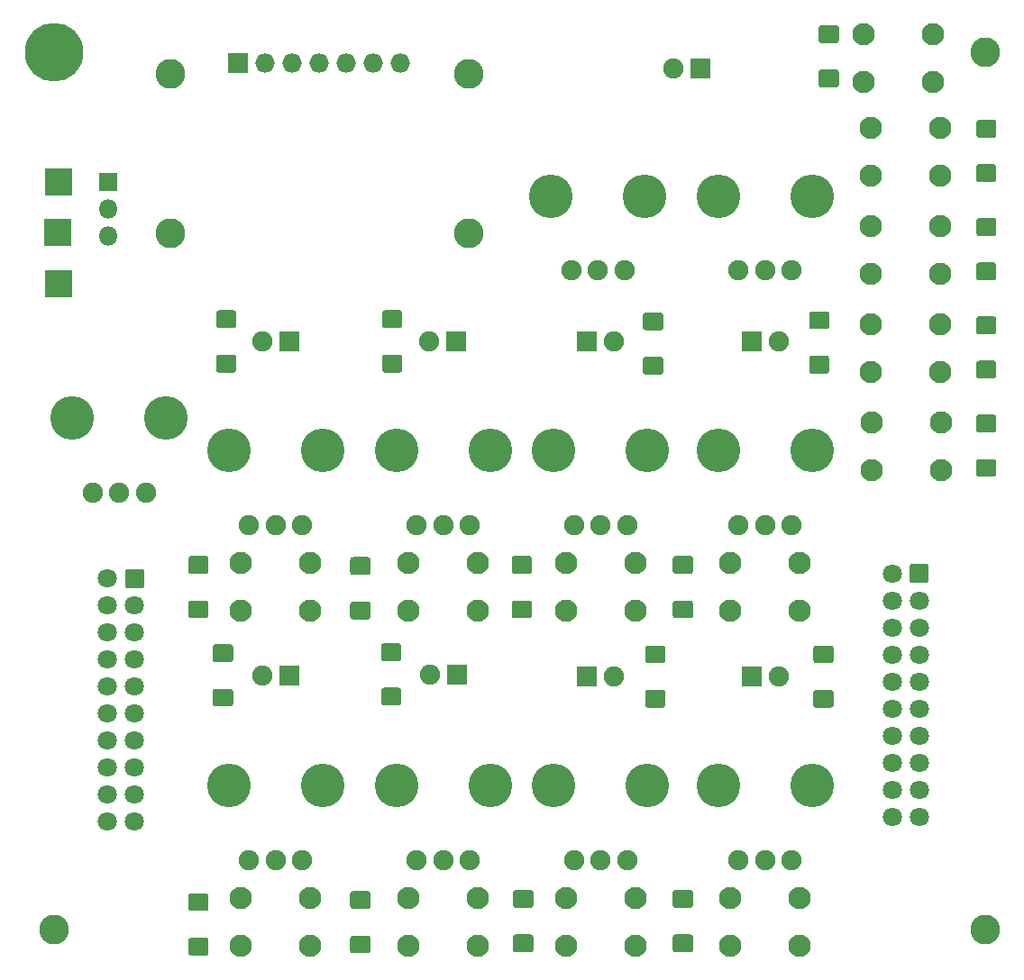
<source format=gbr>
%TF.GenerationSoftware,KiCad,Pcbnew,5.1.5+dfsg1-2build2*%
%TF.CreationDate,2020-08-29T23:55:17+02:00*%
%TF.ProjectId,sequencer-pcb,73657175-656e-4636-9572-2d7063622e6b,rev?*%
%TF.SameCoordinates,Original*%
%TF.FileFunction,Soldermask,Bot*%
%TF.FilePolarity,Negative*%
%FSLAX46Y46*%
G04 Gerber Fmt 4.6, Leading zero omitted, Abs format (unit mm)*
G04 Created by KiCad (PCBNEW 5.1.5+dfsg1-2build2) date 2020-08-29 23:55:17*
%MOMM*%
%LPD*%
G04 APERTURE LIST*
%ADD10R,2.600000X2.600000*%
%ADD11O,1.800000X1.800000*%
%ADD12R,1.800000X1.800000*%
%ADD13C,1.900000*%
%ADD14C,4.100000*%
%ADD15C,1.800000*%
%ADD16C,0.100000*%
%ADD17C,2.800000*%
%ADD18O,1.827200X1.827200*%
%ADD19R,1.827200X1.827200*%
%ADD20C,2.100000*%
%ADD21C,5.500000*%
%ADD22R,1.900000X1.900000*%
G04 APERTURE END LIST*
D10*
%TO.C,+5V*%
X100950000Y-75250000D03*
%TD*%
%TO.C,GND*%
X100900000Y-70475000D03*
%TD*%
%TO.C,+3V3*%
X100950000Y-65700000D03*
%TD*%
D11*
%TO.C,PWR*%
X105600000Y-70830000D03*
X105600000Y-68290000D03*
D12*
X105600000Y-65750000D03*
%TD*%
D13*
%TO.C,RV1*%
X118838000Y-97930000D03*
X121338000Y-97930000D03*
X123838000Y-97930000D03*
D14*
X116938000Y-90930000D03*
X125738000Y-90930000D03*
%TD*%
D15*
%TO.C,J2*%
X105560000Y-125860000D03*
X105560000Y-123320000D03*
X105560000Y-120780000D03*
X105560000Y-118240000D03*
X105560000Y-115700000D03*
X105560000Y-113160000D03*
X105560000Y-110620000D03*
X105560000Y-108080000D03*
X105560000Y-105540000D03*
X105560000Y-103000000D03*
X108100000Y-125860000D03*
X108100000Y-123320000D03*
X108100000Y-120780000D03*
X108100000Y-118240000D03*
X108100000Y-115700000D03*
X108100000Y-113160000D03*
X108100000Y-110620000D03*
X108100000Y-108080000D03*
X108100000Y-105540000D03*
D16*
G36*
X108761240Y-102101275D02*
G01*
X108786936Y-102105086D01*
X108812134Y-102111398D01*
X108836593Y-102120150D01*
X108860076Y-102131256D01*
X108882357Y-102144611D01*
X108903222Y-102160085D01*
X108922469Y-102177531D01*
X108939915Y-102196778D01*
X108955389Y-102217643D01*
X108968744Y-102239924D01*
X108979850Y-102263407D01*
X108988602Y-102287866D01*
X108994914Y-102313064D01*
X108998725Y-102338760D01*
X109000000Y-102364706D01*
X109000000Y-103635294D01*
X108998725Y-103661240D01*
X108994914Y-103686936D01*
X108988602Y-103712134D01*
X108979850Y-103736593D01*
X108968744Y-103760076D01*
X108955389Y-103782357D01*
X108939915Y-103803222D01*
X108922469Y-103822469D01*
X108903222Y-103839915D01*
X108882357Y-103855389D01*
X108860076Y-103868744D01*
X108836593Y-103879850D01*
X108812134Y-103888602D01*
X108786936Y-103894914D01*
X108761240Y-103898725D01*
X108735294Y-103900000D01*
X107464706Y-103900000D01*
X107438760Y-103898725D01*
X107413064Y-103894914D01*
X107387866Y-103888602D01*
X107363407Y-103879850D01*
X107339924Y-103868744D01*
X107317643Y-103855389D01*
X107296778Y-103839915D01*
X107277531Y-103822469D01*
X107260085Y-103803222D01*
X107244611Y-103782357D01*
X107231256Y-103760076D01*
X107220150Y-103736593D01*
X107211398Y-103712134D01*
X107205086Y-103686936D01*
X107201275Y-103661240D01*
X107200000Y-103635294D01*
X107200000Y-102364706D01*
X107201275Y-102338760D01*
X107205086Y-102313064D01*
X107211398Y-102287866D01*
X107220150Y-102263407D01*
X107231256Y-102239924D01*
X107244611Y-102217643D01*
X107260085Y-102196778D01*
X107277531Y-102177531D01*
X107296778Y-102160085D01*
X107317643Y-102144611D01*
X107339924Y-102131256D01*
X107363407Y-102120150D01*
X107387866Y-102111398D01*
X107413064Y-102105086D01*
X107438760Y-102101275D01*
X107464706Y-102100000D01*
X108735294Y-102100000D01*
X108761240Y-102101275D01*
G37*
%TD*%
%TO.C,J1*%
G36*
X182457240Y-101603275D02*
G01*
X182482936Y-101607086D01*
X182508134Y-101613398D01*
X182532593Y-101622150D01*
X182556076Y-101633256D01*
X182578357Y-101646611D01*
X182599222Y-101662085D01*
X182618469Y-101679531D01*
X182635915Y-101698778D01*
X182651389Y-101719643D01*
X182664744Y-101741924D01*
X182675850Y-101765407D01*
X182684602Y-101789866D01*
X182690914Y-101815064D01*
X182694725Y-101840760D01*
X182696000Y-101866706D01*
X182696000Y-103137294D01*
X182694725Y-103163240D01*
X182690914Y-103188936D01*
X182684602Y-103214134D01*
X182675850Y-103238593D01*
X182664744Y-103262076D01*
X182651389Y-103284357D01*
X182635915Y-103305222D01*
X182618469Y-103324469D01*
X182599222Y-103341915D01*
X182578357Y-103357389D01*
X182556076Y-103370744D01*
X182532593Y-103381850D01*
X182508134Y-103390602D01*
X182482936Y-103396914D01*
X182457240Y-103400725D01*
X182431294Y-103402000D01*
X181160706Y-103402000D01*
X181134760Y-103400725D01*
X181109064Y-103396914D01*
X181083866Y-103390602D01*
X181059407Y-103381850D01*
X181035924Y-103370744D01*
X181013643Y-103357389D01*
X180992778Y-103341915D01*
X180973531Y-103324469D01*
X180956085Y-103305222D01*
X180940611Y-103284357D01*
X180927256Y-103262076D01*
X180916150Y-103238593D01*
X180907398Y-103214134D01*
X180901086Y-103188936D01*
X180897275Y-103163240D01*
X180896000Y-103137294D01*
X180896000Y-101866706D01*
X180897275Y-101840760D01*
X180901086Y-101815064D01*
X180907398Y-101789866D01*
X180916150Y-101765407D01*
X180927256Y-101741924D01*
X180940611Y-101719643D01*
X180956085Y-101698778D01*
X180973531Y-101679531D01*
X180992778Y-101662085D01*
X181013643Y-101646611D01*
X181035924Y-101633256D01*
X181059407Y-101622150D01*
X181083866Y-101613398D01*
X181109064Y-101607086D01*
X181134760Y-101603275D01*
X181160706Y-101602000D01*
X182431294Y-101602000D01*
X182457240Y-101603275D01*
G37*
D15*
X181796000Y-105042000D03*
X181796000Y-107582000D03*
X181796000Y-110122000D03*
X181796000Y-112662000D03*
X181796000Y-115202000D03*
X181796000Y-117742000D03*
X181796000Y-120282000D03*
X181796000Y-122822000D03*
X181796000Y-125362000D03*
X179256000Y-102502000D03*
X179256000Y-105042000D03*
X179256000Y-107582000D03*
X179256000Y-110122000D03*
X179256000Y-112662000D03*
X179256000Y-115202000D03*
X179256000Y-117742000D03*
X179256000Y-120282000D03*
X179256000Y-122822000D03*
X179256000Y-125362000D03*
%TD*%
D16*
%TO.C,R15*%
G36*
X173510188Y-113451280D02*
G01*
X173535997Y-113455109D01*
X173561307Y-113461448D01*
X173585873Y-113470238D01*
X173609459Y-113481394D01*
X173631839Y-113494808D01*
X173652795Y-113510350D01*
X173672128Y-113527872D01*
X173689650Y-113547205D01*
X173705192Y-113568161D01*
X173718606Y-113590541D01*
X173729762Y-113614127D01*
X173738552Y-113638693D01*
X173744891Y-113664003D01*
X173748720Y-113689812D01*
X173750000Y-113715872D01*
X173750000Y-114859128D01*
X173748720Y-114885188D01*
X173744891Y-114910997D01*
X173738552Y-114936307D01*
X173729762Y-114960873D01*
X173718606Y-114984459D01*
X173705192Y-115006839D01*
X173689650Y-115027795D01*
X173672128Y-115047128D01*
X173652795Y-115064650D01*
X173631839Y-115080192D01*
X173609459Y-115093606D01*
X173585873Y-115104762D01*
X173561307Y-115113552D01*
X173535997Y-115119891D01*
X173510188Y-115123720D01*
X173484128Y-115125000D01*
X172115872Y-115125000D01*
X172089812Y-115123720D01*
X172064003Y-115119891D01*
X172038693Y-115113552D01*
X172014127Y-115104762D01*
X171990541Y-115093606D01*
X171968161Y-115080192D01*
X171947205Y-115064650D01*
X171927872Y-115047128D01*
X171910350Y-115027795D01*
X171894808Y-115006839D01*
X171881394Y-114984459D01*
X171870238Y-114960873D01*
X171861448Y-114936307D01*
X171855109Y-114910997D01*
X171851280Y-114885188D01*
X171850000Y-114859128D01*
X171850000Y-113715872D01*
X171851280Y-113689812D01*
X171855109Y-113664003D01*
X171861448Y-113638693D01*
X171870238Y-113614127D01*
X171881394Y-113590541D01*
X171894808Y-113568161D01*
X171910350Y-113547205D01*
X171927872Y-113527872D01*
X171947205Y-113510350D01*
X171968161Y-113494808D01*
X171990541Y-113481394D01*
X172014127Y-113470238D01*
X172038693Y-113461448D01*
X172064003Y-113455109D01*
X172089812Y-113451280D01*
X172115872Y-113450000D01*
X173484128Y-113450000D01*
X173510188Y-113451280D01*
G37*
G36*
X173510188Y-109276280D02*
G01*
X173535997Y-109280109D01*
X173561307Y-109286448D01*
X173585873Y-109295238D01*
X173609459Y-109306394D01*
X173631839Y-109319808D01*
X173652795Y-109335350D01*
X173672128Y-109352872D01*
X173689650Y-109372205D01*
X173705192Y-109393161D01*
X173718606Y-109415541D01*
X173729762Y-109439127D01*
X173738552Y-109463693D01*
X173744891Y-109489003D01*
X173748720Y-109514812D01*
X173750000Y-109540872D01*
X173750000Y-110684128D01*
X173748720Y-110710188D01*
X173744891Y-110735997D01*
X173738552Y-110761307D01*
X173729762Y-110785873D01*
X173718606Y-110809459D01*
X173705192Y-110831839D01*
X173689650Y-110852795D01*
X173672128Y-110872128D01*
X173652795Y-110889650D01*
X173631839Y-110905192D01*
X173609459Y-110918606D01*
X173585873Y-110929762D01*
X173561307Y-110938552D01*
X173535997Y-110944891D01*
X173510188Y-110948720D01*
X173484128Y-110950000D01*
X172115872Y-110950000D01*
X172089812Y-110948720D01*
X172064003Y-110944891D01*
X172038693Y-110938552D01*
X172014127Y-110929762D01*
X171990541Y-110918606D01*
X171968161Y-110905192D01*
X171947205Y-110889650D01*
X171927872Y-110872128D01*
X171910350Y-110852795D01*
X171894808Y-110831839D01*
X171881394Y-110809459D01*
X171870238Y-110785873D01*
X171861448Y-110761307D01*
X171855109Y-110735997D01*
X171851280Y-110710188D01*
X171850000Y-110684128D01*
X171850000Y-109540872D01*
X171851280Y-109514812D01*
X171855109Y-109489003D01*
X171861448Y-109463693D01*
X171870238Y-109439127D01*
X171881394Y-109415541D01*
X171894808Y-109393161D01*
X171910350Y-109372205D01*
X171927872Y-109352872D01*
X171947205Y-109335350D01*
X171968161Y-109319808D01*
X171990541Y-109306394D01*
X172014127Y-109295238D01*
X172038693Y-109286448D01*
X172064003Y-109280109D01*
X172089812Y-109276280D01*
X172115872Y-109275000D01*
X173484128Y-109275000D01*
X173510188Y-109276280D01*
G37*
%TD*%
%TO.C,R22*%
G36*
X188810188Y-82517946D02*
G01*
X188835997Y-82521775D01*
X188861307Y-82528114D01*
X188885873Y-82536904D01*
X188909459Y-82548060D01*
X188931839Y-82561474D01*
X188952795Y-82577016D01*
X188972128Y-82594538D01*
X188989650Y-82613871D01*
X189005192Y-82634827D01*
X189018606Y-82657207D01*
X189029762Y-82680793D01*
X189038552Y-82705359D01*
X189044891Y-82730669D01*
X189048720Y-82756478D01*
X189050000Y-82782538D01*
X189050000Y-83925794D01*
X189048720Y-83951854D01*
X189044891Y-83977663D01*
X189038552Y-84002973D01*
X189029762Y-84027539D01*
X189018606Y-84051125D01*
X189005192Y-84073505D01*
X188989650Y-84094461D01*
X188972128Y-84113794D01*
X188952795Y-84131316D01*
X188931839Y-84146858D01*
X188909459Y-84160272D01*
X188885873Y-84171428D01*
X188861307Y-84180218D01*
X188835997Y-84186557D01*
X188810188Y-84190386D01*
X188784128Y-84191666D01*
X187415872Y-84191666D01*
X187389812Y-84190386D01*
X187364003Y-84186557D01*
X187338693Y-84180218D01*
X187314127Y-84171428D01*
X187290541Y-84160272D01*
X187268161Y-84146858D01*
X187247205Y-84131316D01*
X187227872Y-84113794D01*
X187210350Y-84094461D01*
X187194808Y-84073505D01*
X187181394Y-84051125D01*
X187170238Y-84027539D01*
X187161448Y-84002973D01*
X187155109Y-83977663D01*
X187151280Y-83951854D01*
X187150000Y-83925794D01*
X187150000Y-82782538D01*
X187151280Y-82756478D01*
X187155109Y-82730669D01*
X187161448Y-82705359D01*
X187170238Y-82680793D01*
X187181394Y-82657207D01*
X187194808Y-82634827D01*
X187210350Y-82613871D01*
X187227872Y-82594538D01*
X187247205Y-82577016D01*
X187268161Y-82561474D01*
X187290541Y-82548060D01*
X187314127Y-82536904D01*
X187338693Y-82528114D01*
X187364003Y-82521775D01*
X187389812Y-82517946D01*
X187415872Y-82516666D01*
X188784128Y-82516666D01*
X188810188Y-82517946D01*
G37*
G36*
X188810188Y-78342946D02*
G01*
X188835997Y-78346775D01*
X188861307Y-78353114D01*
X188885873Y-78361904D01*
X188909459Y-78373060D01*
X188931839Y-78386474D01*
X188952795Y-78402016D01*
X188972128Y-78419538D01*
X188989650Y-78438871D01*
X189005192Y-78459827D01*
X189018606Y-78482207D01*
X189029762Y-78505793D01*
X189038552Y-78530359D01*
X189044891Y-78555669D01*
X189048720Y-78581478D01*
X189050000Y-78607538D01*
X189050000Y-79750794D01*
X189048720Y-79776854D01*
X189044891Y-79802663D01*
X189038552Y-79827973D01*
X189029762Y-79852539D01*
X189018606Y-79876125D01*
X189005192Y-79898505D01*
X188989650Y-79919461D01*
X188972128Y-79938794D01*
X188952795Y-79956316D01*
X188931839Y-79971858D01*
X188909459Y-79985272D01*
X188885873Y-79996428D01*
X188861307Y-80005218D01*
X188835997Y-80011557D01*
X188810188Y-80015386D01*
X188784128Y-80016666D01*
X187415872Y-80016666D01*
X187389812Y-80015386D01*
X187364003Y-80011557D01*
X187338693Y-80005218D01*
X187314127Y-79996428D01*
X187290541Y-79985272D01*
X187268161Y-79971858D01*
X187247205Y-79956316D01*
X187227872Y-79938794D01*
X187210350Y-79919461D01*
X187194808Y-79898505D01*
X187181394Y-79876125D01*
X187170238Y-79852539D01*
X187161448Y-79827973D01*
X187155109Y-79802663D01*
X187151280Y-79776854D01*
X187150000Y-79750794D01*
X187150000Y-78607538D01*
X187151280Y-78581478D01*
X187155109Y-78555669D01*
X187161448Y-78530359D01*
X187170238Y-78505793D01*
X187181394Y-78482207D01*
X187194808Y-78459827D01*
X187210350Y-78438871D01*
X187227872Y-78419538D01*
X187247205Y-78402016D01*
X187268161Y-78386474D01*
X187290541Y-78373060D01*
X187314127Y-78361904D01*
X187338693Y-78353114D01*
X187364003Y-78346775D01*
X187389812Y-78342946D01*
X187415872Y-78341666D01*
X188784128Y-78341666D01*
X188810188Y-78342946D01*
G37*
%TD*%
%TO.C,R21*%
G36*
X188810188Y-73284613D02*
G01*
X188835997Y-73288442D01*
X188861307Y-73294781D01*
X188885873Y-73303571D01*
X188909459Y-73314727D01*
X188931839Y-73328141D01*
X188952795Y-73343683D01*
X188972128Y-73361205D01*
X188989650Y-73380538D01*
X189005192Y-73401494D01*
X189018606Y-73423874D01*
X189029762Y-73447460D01*
X189038552Y-73472026D01*
X189044891Y-73497336D01*
X189048720Y-73523145D01*
X189050000Y-73549205D01*
X189050000Y-74692461D01*
X189048720Y-74718521D01*
X189044891Y-74744330D01*
X189038552Y-74769640D01*
X189029762Y-74794206D01*
X189018606Y-74817792D01*
X189005192Y-74840172D01*
X188989650Y-74861128D01*
X188972128Y-74880461D01*
X188952795Y-74897983D01*
X188931839Y-74913525D01*
X188909459Y-74926939D01*
X188885873Y-74938095D01*
X188861307Y-74946885D01*
X188835997Y-74953224D01*
X188810188Y-74957053D01*
X188784128Y-74958333D01*
X187415872Y-74958333D01*
X187389812Y-74957053D01*
X187364003Y-74953224D01*
X187338693Y-74946885D01*
X187314127Y-74938095D01*
X187290541Y-74926939D01*
X187268161Y-74913525D01*
X187247205Y-74897983D01*
X187227872Y-74880461D01*
X187210350Y-74861128D01*
X187194808Y-74840172D01*
X187181394Y-74817792D01*
X187170238Y-74794206D01*
X187161448Y-74769640D01*
X187155109Y-74744330D01*
X187151280Y-74718521D01*
X187150000Y-74692461D01*
X187150000Y-73549205D01*
X187151280Y-73523145D01*
X187155109Y-73497336D01*
X187161448Y-73472026D01*
X187170238Y-73447460D01*
X187181394Y-73423874D01*
X187194808Y-73401494D01*
X187210350Y-73380538D01*
X187227872Y-73361205D01*
X187247205Y-73343683D01*
X187268161Y-73328141D01*
X187290541Y-73314727D01*
X187314127Y-73303571D01*
X187338693Y-73294781D01*
X187364003Y-73288442D01*
X187389812Y-73284613D01*
X187415872Y-73283333D01*
X188784128Y-73283333D01*
X188810188Y-73284613D01*
G37*
G36*
X188810188Y-69109613D02*
G01*
X188835997Y-69113442D01*
X188861307Y-69119781D01*
X188885873Y-69128571D01*
X188909459Y-69139727D01*
X188931839Y-69153141D01*
X188952795Y-69168683D01*
X188972128Y-69186205D01*
X188989650Y-69205538D01*
X189005192Y-69226494D01*
X189018606Y-69248874D01*
X189029762Y-69272460D01*
X189038552Y-69297026D01*
X189044891Y-69322336D01*
X189048720Y-69348145D01*
X189050000Y-69374205D01*
X189050000Y-70517461D01*
X189048720Y-70543521D01*
X189044891Y-70569330D01*
X189038552Y-70594640D01*
X189029762Y-70619206D01*
X189018606Y-70642792D01*
X189005192Y-70665172D01*
X188989650Y-70686128D01*
X188972128Y-70705461D01*
X188952795Y-70722983D01*
X188931839Y-70738525D01*
X188909459Y-70751939D01*
X188885873Y-70763095D01*
X188861307Y-70771885D01*
X188835997Y-70778224D01*
X188810188Y-70782053D01*
X188784128Y-70783333D01*
X187415872Y-70783333D01*
X187389812Y-70782053D01*
X187364003Y-70778224D01*
X187338693Y-70771885D01*
X187314127Y-70763095D01*
X187290541Y-70751939D01*
X187268161Y-70738525D01*
X187247205Y-70722983D01*
X187227872Y-70705461D01*
X187210350Y-70686128D01*
X187194808Y-70665172D01*
X187181394Y-70642792D01*
X187170238Y-70619206D01*
X187161448Y-70594640D01*
X187155109Y-70569330D01*
X187151280Y-70543521D01*
X187150000Y-70517461D01*
X187150000Y-69374205D01*
X187151280Y-69348145D01*
X187155109Y-69322336D01*
X187161448Y-69297026D01*
X187170238Y-69272460D01*
X187181394Y-69248874D01*
X187194808Y-69226494D01*
X187210350Y-69205538D01*
X187227872Y-69186205D01*
X187247205Y-69168683D01*
X187268161Y-69153141D01*
X187290541Y-69139727D01*
X187314127Y-69128571D01*
X187338693Y-69119781D01*
X187364003Y-69113442D01*
X187389812Y-69109613D01*
X187415872Y-69108333D01*
X188784128Y-69108333D01*
X188810188Y-69109613D01*
G37*
%TD*%
%TO.C,R20*%
G36*
X174010188Y-55151280D02*
G01*
X174035997Y-55155109D01*
X174061307Y-55161448D01*
X174085873Y-55170238D01*
X174109459Y-55181394D01*
X174131839Y-55194808D01*
X174152795Y-55210350D01*
X174172128Y-55227872D01*
X174189650Y-55247205D01*
X174205192Y-55268161D01*
X174218606Y-55290541D01*
X174229762Y-55314127D01*
X174238552Y-55338693D01*
X174244891Y-55364003D01*
X174248720Y-55389812D01*
X174250000Y-55415872D01*
X174250000Y-56559128D01*
X174248720Y-56585188D01*
X174244891Y-56610997D01*
X174238552Y-56636307D01*
X174229762Y-56660873D01*
X174218606Y-56684459D01*
X174205192Y-56706839D01*
X174189650Y-56727795D01*
X174172128Y-56747128D01*
X174152795Y-56764650D01*
X174131839Y-56780192D01*
X174109459Y-56793606D01*
X174085873Y-56804762D01*
X174061307Y-56813552D01*
X174035997Y-56819891D01*
X174010188Y-56823720D01*
X173984128Y-56825000D01*
X172615872Y-56825000D01*
X172589812Y-56823720D01*
X172564003Y-56819891D01*
X172538693Y-56813552D01*
X172514127Y-56804762D01*
X172490541Y-56793606D01*
X172468161Y-56780192D01*
X172447205Y-56764650D01*
X172427872Y-56747128D01*
X172410350Y-56727795D01*
X172394808Y-56706839D01*
X172381394Y-56684459D01*
X172370238Y-56660873D01*
X172361448Y-56636307D01*
X172355109Y-56610997D01*
X172351280Y-56585188D01*
X172350000Y-56559128D01*
X172350000Y-55415872D01*
X172351280Y-55389812D01*
X172355109Y-55364003D01*
X172361448Y-55338693D01*
X172370238Y-55314127D01*
X172381394Y-55290541D01*
X172394808Y-55268161D01*
X172410350Y-55247205D01*
X172427872Y-55227872D01*
X172447205Y-55210350D01*
X172468161Y-55194808D01*
X172490541Y-55181394D01*
X172514127Y-55170238D01*
X172538693Y-55161448D01*
X172564003Y-55155109D01*
X172589812Y-55151280D01*
X172615872Y-55150000D01*
X173984128Y-55150000D01*
X174010188Y-55151280D01*
G37*
G36*
X174010188Y-50976280D02*
G01*
X174035997Y-50980109D01*
X174061307Y-50986448D01*
X174085873Y-50995238D01*
X174109459Y-51006394D01*
X174131839Y-51019808D01*
X174152795Y-51035350D01*
X174172128Y-51052872D01*
X174189650Y-51072205D01*
X174205192Y-51093161D01*
X174218606Y-51115541D01*
X174229762Y-51139127D01*
X174238552Y-51163693D01*
X174244891Y-51189003D01*
X174248720Y-51214812D01*
X174250000Y-51240872D01*
X174250000Y-52384128D01*
X174248720Y-52410188D01*
X174244891Y-52435997D01*
X174238552Y-52461307D01*
X174229762Y-52485873D01*
X174218606Y-52509459D01*
X174205192Y-52531839D01*
X174189650Y-52552795D01*
X174172128Y-52572128D01*
X174152795Y-52589650D01*
X174131839Y-52605192D01*
X174109459Y-52618606D01*
X174085873Y-52629762D01*
X174061307Y-52638552D01*
X174035997Y-52644891D01*
X174010188Y-52648720D01*
X173984128Y-52650000D01*
X172615872Y-52650000D01*
X172589812Y-52648720D01*
X172564003Y-52644891D01*
X172538693Y-52638552D01*
X172514127Y-52629762D01*
X172490541Y-52618606D01*
X172468161Y-52605192D01*
X172447205Y-52589650D01*
X172427872Y-52572128D01*
X172410350Y-52552795D01*
X172394808Y-52531839D01*
X172381394Y-52509459D01*
X172370238Y-52485873D01*
X172361448Y-52461307D01*
X172355109Y-52435997D01*
X172351280Y-52410188D01*
X172350000Y-52384128D01*
X172350000Y-51240872D01*
X172351280Y-51214812D01*
X172355109Y-51189003D01*
X172361448Y-51163693D01*
X172370238Y-51139127D01*
X172381394Y-51115541D01*
X172394808Y-51093161D01*
X172410350Y-51072205D01*
X172427872Y-51052872D01*
X172447205Y-51035350D01*
X172468161Y-51019808D01*
X172490541Y-51006394D01*
X172514127Y-50995238D01*
X172538693Y-50986448D01*
X172564003Y-50980109D01*
X172589812Y-50976280D01*
X172615872Y-50975000D01*
X173984128Y-50975000D01*
X174010188Y-50976280D01*
G37*
%TD*%
%TO.C,R19*%
G36*
X188810188Y-59876280D02*
G01*
X188835997Y-59880109D01*
X188861307Y-59886448D01*
X188885873Y-59895238D01*
X188909459Y-59906394D01*
X188931839Y-59919808D01*
X188952795Y-59935350D01*
X188972128Y-59952872D01*
X188989650Y-59972205D01*
X189005192Y-59993161D01*
X189018606Y-60015541D01*
X189029762Y-60039127D01*
X189038552Y-60063693D01*
X189044891Y-60089003D01*
X189048720Y-60114812D01*
X189050000Y-60140872D01*
X189050000Y-61284128D01*
X189048720Y-61310188D01*
X189044891Y-61335997D01*
X189038552Y-61361307D01*
X189029762Y-61385873D01*
X189018606Y-61409459D01*
X189005192Y-61431839D01*
X188989650Y-61452795D01*
X188972128Y-61472128D01*
X188952795Y-61489650D01*
X188931839Y-61505192D01*
X188909459Y-61518606D01*
X188885873Y-61529762D01*
X188861307Y-61538552D01*
X188835997Y-61544891D01*
X188810188Y-61548720D01*
X188784128Y-61550000D01*
X187415872Y-61550000D01*
X187389812Y-61548720D01*
X187364003Y-61544891D01*
X187338693Y-61538552D01*
X187314127Y-61529762D01*
X187290541Y-61518606D01*
X187268161Y-61505192D01*
X187247205Y-61489650D01*
X187227872Y-61472128D01*
X187210350Y-61452795D01*
X187194808Y-61431839D01*
X187181394Y-61409459D01*
X187170238Y-61385873D01*
X187161448Y-61361307D01*
X187155109Y-61335997D01*
X187151280Y-61310188D01*
X187150000Y-61284128D01*
X187150000Y-60140872D01*
X187151280Y-60114812D01*
X187155109Y-60089003D01*
X187161448Y-60063693D01*
X187170238Y-60039127D01*
X187181394Y-60015541D01*
X187194808Y-59993161D01*
X187210350Y-59972205D01*
X187227872Y-59952872D01*
X187247205Y-59935350D01*
X187268161Y-59919808D01*
X187290541Y-59906394D01*
X187314127Y-59895238D01*
X187338693Y-59886448D01*
X187364003Y-59880109D01*
X187389812Y-59876280D01*
X187415872Y-59875000D01*
X188784128Y-59875000D01*
X188810188Y-59876280D01*
G37*
G36*
X188810188Y-64051280D02*
G01*
X188835997Y-64055109D01*
X188861307Y-64061448D01*
X188885873Y-64070238D01*
X188909459Y-64081394D01*
X188931839Y-64094808D01*
X188952795Y-64110350D01*
X188972128Y-64127872D01*
X188989650Y-64147205D01*
X189005192Y-64168161D01*
X189018606Y-64190541D01*
X189029762Y-64214127D01*
X189038552Y-64238693D01*
X189044891Y-64264003D01*
X189048720Y-64289812D01*
X189050000Y-64315872D01*
X189050000Y-65459128D01*
X189048720Y-65485188D01*
X189044891Y-65510997D01*
X189038552Y-65536307D01*
X189029762Y-65560873D01*
X189018606Y-65584459D01*
X189005192Y-65606839D01*
X188989650Y-65627795D01*
X188972128Y-65647128D01*
X188952795Y-65664650D01*
X188931839Y-65680192D01*
X188909459Y-65693606D01*
X188885873Y-65704762D01*
X188861307Y-65713552D01*
X188835997Y-65719891D01*
X188810188Y-65723720D01*
X188784128Y-65725000D01*
X187415872Y-65725000D01*
X187389812Y-65723720D01*
X187364003Y-65719891D01*
X187338693Y-65713552D01*
X187314127Y-65704762D01*
X187290541Y-65693606D01*
X187268161Y-65680192D01*
X187247205Y-65664650D01*
X187227872Y-65647128D01*
X187210350Y-65627795D01*
X187194808Y-65606839D01*
X187181394Y-65584459D01*
X187170238Y-65560873D01*
X187161448Y-65536307D01*
X187155109Y-65510997D01*
X187151280Y-65485188D01*
X187150000Y-65459128D01*
X187150000Y-64315872D01*
X187151280Y-64289812D01*
X187155109Y-64264003D01*
X187161448Y-64238693D01*
X187170238Y-64214127D01*
X187181394Y-64190541D01*
X187194808Y-64168161D01*
X187210350Y-64147205D01*
X187227872Y-64127872D01*
X187247205Y-64110350D01*
X187268161Y-64094808D01*
X187290541Y-64081394D01*
X187314127Y-64070238D01*
X187338693Y-64061448D01*
X187364003Y-64055109D01*
X187389812Y-64051280D01*
X187415872Y-64050000D01*
X188784128Y-64050000D01*
X188810188Y-64051280D01*
G37*
%TD*%
%TO.C,R18*%
G36*
X188810188Y-91751280D02*
G01*
X188835997Y-91755109D01*
X188861307Y-91761448D01*
X188885873Y-91770238D01*
X188909459Y-91781394D01*
X188931839Y-91794808D01*
X188952795Y-91810350D01*
X188972128Y-91827872D01*
X188989650Y-91847205D01*
X189005192Y-91868161D01*
X189018606Y-91890541D01*
X189029762Y-91914127D01*
X189038552Y-91938693D01*
X189044891Y-91964003D01*
X189048720Y-91989812D01*
X189050000Y-92015872D01*
X189050000Y-93159128D01*
X189048720Y-93185188D01*
X189044891Y-93210997D01*
X189038552Y-93236307D01*
X189029762Y-93260873D01*
X189018606Y-93284459D01*
X189005192Y-93306839D01*
X188989650Y-93327795D01*
X188972128Y-93347128D01*
X188952795Y-93364650D01*
X188931839Y-93380192D01*
X188909459Y-93393606D01*
X188885873Y-93404762D01*
X188861307Y-93413552D01*
X188835997Y-93419891D01*
X188810188Y-93423720D01*
X188784128Y-93425000D01*
X187415872Y-93425000D01*
X187389812Y-93423720D01*
X187364003Y-93419891D01*
X187338693Y-93413552D01*
X187314127Y-93404762D01*
X187290541Y-93393606D01*
X187268161Y-93380192D01*
X187247205Y-93364650D01*
X187227872Y-93347128D01*
X187210350Y-93327795D01*
X187194808Y-93306839D01*
X187181394Y-93284459D01*
X187170238Y-93260873D01*
X187161448Y-93236307D01*
X187155109Y-93210997D01*
X187151280Y-93185188D01*
X187150000Y-93159128D01*
X187150000Y-92015872D01*
X187151280Y-91989812D01*
X187155109Y-91964003D01*
X187161448Y-91938693D01*
X187170238Y-91914127D01*
X187181394Y-91890541D01*
X187194808Y-91868161D01*
X187210350Y-91847205D01*
X187227872Y-91827872D01*
X187247205Y-91810350D01*
X187268161Y-91794808D01*
X187290541Y-91781394D01*
X187314127Y-91770238D01*
X187338693Y-91761448D01*
X187364003Y-91755109D01*
X187389812Y-91751280D01*
X187415872Y-91750000D01*
X188784128Y-91750000D01*
X188810188Y-91751280D01*
G37*
G36*
X188810188Y-87576280D02*
G01*
X188835997Y-87580109D01*
X188861307Y-87586448D01*
X188885873Y-87595238D01*
X188909459Y-87606394D01*
X188931839Y-87619808D01*
X188952795Y-87635350D01*
X188972128Y-87652872D01*
X188989650Y-87672205D01*
X189005192Y-87693161D01*
X189018606Y-87715541D01*
X189029762Y-87739127D01*
X189038552Y-87763693D01*
X189044891Y-87789003D01*
X189048720Y-87814812D01*
X189050000Y-87840872D01*
X189050000Y-88984128D01*
X189048720Y-89010188D01*
X189044891Y-89035997D01*
X189038552Y-89061307D01*
X189029762Y-89085873D01*
X189018606Y-89109459D01*
X189005192Y-89131839D01*
X188989650Y-89152795D01*
X188972128Y-89172128D01*
X188952795Y-89189650D01*
X188931839Y-89205192D01*
X188909459Y-89218606D01*
X188885873Y-89229762D01*
X188861307Y-89238552D01*
X188835997Y-89244891D01*
X188810188Y-89248720D01*
X188784128Y-89250000D01*
X187415872Y-89250000D01*
X187389812Y-89248720D01*
X187364003Y-89244891D01*
X187338693Y-89238552D01*
X187314127Y-89229762D01*
X187290541Y-89218606D01*
X187268161Y-89205192D01*
X187247205Y-89189650D01*
X187227872Y-89172128D01*
X187210350Y-89152795D01*
X187194808Y-89131839D01*
X187181394Y-89109459D01*
X187170238Y-89085873D01*
X187161448Y-89061307D01*
X187155109Y-89035997D01*
X187151280Y-89010188D01*
X187150000Y-88984128D01*
X187150000Y-87840872D01*
X187151280Y-87814812D01*
X187155109Y-87789003D01*
X187161448Y-87763693D01*
X187170238Y-87739127D01*
X187181394Y-87715541D01*
X187194808Y-87693161D01*
X187210350Y-87672205D01*
X187227872Y-87652872D01*
X187247205Y-87635350D01*
X187268161Y-87619808D01*
X187290541Y-87606394D01*
X187314127Y-87595238D01*
X187338693Y-87586448D01*
X187364003Y-87580109D01*
X187389812Y-87576280D01*
X187415872Y-87575000D01*
X188784128Y-87575000D01*
X188810188Y-87576280D01*
G37*
%TD*%
D17*
%TO.C,OLED Display*%
X139450000Y-70550000D03*
X139450000Y-55550000D03*
X111450000Y-70550000D03*
X111450000Y-55550000D03*
D18*
X133090000Y-54550000D03*
X128010000Y-54550000D03*
X130550000Y-54550000D03*
D19*
X117850000Y-54550000D03*
D18*
X125470000Y-54550000D03*
X120390000Y-54550000D03*
X122930000Y-54550000D03*
%TD*%
D13*
%TO.C,SP3*%
X104150000Y-94900000D03*
X106650000Y-94900000D03*
X109150000Y-94900000D03*
D14*
X102250000Y-87900000D03*
X111050000Y-87900000D03*
%TD*%
%TO.C,SP2*%
X171723000Y-67026000D03*
X162923000Y-67026000D03*
D13*
X169823000Y-74026000D03*
X167323000Y-74026000D03*
X164823000Y-74026000D03*
%TD*%
%TO.C,SP1*%
X149110000Y-74026000D03*
X151610000Y-74026000D03*
X154110000Y-74026000D03*
D14*
X147210000Y-67026000D03*
X156010000Y-67026000D03*
%TD*%
%TO.C,RV8*%
X171723000Y-122426000D03*
X162923000Y-122426000D03*
D13*
X169823000Y-129426000D03*
X167323000Y-129426000D03*
X164823000Y-129426000D03*
%TD*%
%TO.C,RV7*%
X149364000Y-129426000D03*
X151864000Y-129426000D03*
X154364000Y-129426000D03*
D14*
X147464000Y-122426000D03*
X156264000Y-122426000D03*
%TD*%
D13*
%TO.C,RV6*%
X134597000Y-129426000D03*
X137097000Y-129426000D03*
X139597000Y-129426000D03*
D14*
X132697000Y-122426000D03*
X141497000Y-122426000D03*
%TD*%
D13*
%TO.C,RV5*%
X118838000Y-129426000D03*
X121338000Y-129426000D03*
X123838000Y-129426000D03*
D14*
X116938000Y-122426000D03*
X125738000Y-122426000D03*
%TD*%
%TO.C,RV4*%
X171723000Y-90930000D03*
X162923000Y-90930000D03*
D13*
X169823000Y-97930000D03*
X167323000Y-97930000D03*
X164823000Y-97930000D03*
%TD*%
%TO.C,RV3*%
X149364000Y-97930000D03*
X151864000Y-97930000D03*
X154364000Y-97930000D03*
D14*
X147464000Y-90930000D03*
X156264000Y-90930000D03*
%TD*%
D13*
%TO.C,RV2*%
X134597000Y-97930000D03*
X137097000Y-97930000D03*
X139597000Y-97930000D03*
D14*
X132697000Y-90930000D03*
X141497000Y-90930000D03*
%TD*%
D20*
%TO.C,SSW5*%
X183073000Y-51800000D03*
X183073000Y-56300000D03*
X176573000Y-51800000D03*
X176573000Y-56300000D03*
%TD*%
%TO.C,SSW1*%
X183828000Y-88278000D03*
X183828000Y-92778000D03*
X177328000Y-88278000D03*
X177328000Y-92778000D03*
%TD*%
%TO.C,SSW3*%
X183724000Y-69820666D03*
X183724000Y-74320666D03*
X177224000Y-69820666D03*
X177224000Y-74320666D03*
%TD*%
%TO.C,SSW2*%
X183724000Y-79049332D03*
X183724000Y-83549332D03*
X177224000Y-79049332D03*
X177224000Y-83549332D03*
%TD*%
%TO.C,SSW4*%
X183724000Y-60592000D03*
X183724000Y-65092000D03*
X177224000Y-60592000D03*
X177224000Y-65092000D03*
%TD*%
%TO.C,SW8*%
X164073000Y-137482000D03*
X164073000Y-132982000D03*
X170573000Y-137482000D03*
X170573000Y-132982000D03*
%TD*%
%TO.C,SW7*%
X155114000Y-132982000D03*
X155114000Y-137482000D03*
X148614000Y-132982000D03*
X148614000Y-137482000D03*
%TD*%
%TO.C,SW6*%
X140347000Y-132982000D03*
X140347000Y-137482000D03*
X133847000Y-132982000D03*
X133847000Y-137482000D03*
%TD*%
%TO.C,SW5*%
X124588000Y-132982000D03*
X124588000Y-137482000D03*
X118088000Y-132982000D03*
X118088000Y-137482000D03*
%TD*%
%TO.C,SW4*%
X164073000Y-105986000D03*
X164073000Y-101486000D03*
X170573000Y-105986000D03*
X170573000Y-101486000D03*
%TD*%
%TO.C,SW3*%
X155114000Y-101486000D03*
X155114000Y-105986000D03*
X148614000Y-101486000D03*
X148614000Y-105986000D03*
%TD*%
%TO.C,SW2*%
X140347000Y-101486000D03*
X140347000Y-105986000D03*
X133847000Y-101486000D03*
X133847000Y-105986000D03*
%TD*%
%TO.C,SW1*%
X124588000Y-101486000D03*
X124588000Y-105986000D03*
X118088000Y-101486000D03*
X118088000Y-105986000D03*
%TD*%
D16*
%TO.C,R17*%
G36*
X160310188Y-132276280D02*
G01*
X160335997Y-132280109D01*
X160361307Y-132286448D01*
X160385873Y-132295238D01*
X160409459Y-132306394D01*
X160431839Y-132319808D01*
X160452795Y-132335350D01*
X160472128Y-132352872D01*
X160489650Y-132372205D01*
X160505192Y-132393161D01*
X160518606Y-132415541D01*
X160529762Y-132439127D01*
X160538552Y-132463693D01*
X160544891Y-132489003D01*
X160548720Y-132514812D01*
X160550000Y-132540872D01*
X160550000Y-133684128D01*
X160548720Y-133710188D01*
X160544891Y-133735997D01*
X160538552Y-133761307D01*
X160529762Y-133785873D01*
X160518606Y-133809459D01*
X160505192Y-133831839D01*
X160489650Y-133852795D01*
X160472128Y-133872128D01*
X160452795Y-133889650D01*
X160431839Y-133905192D01*
X160409459Y-133918606D01*
X160385873Y-133929762D01*
X160361307Y-133938552D01*
X160335997Y-133944891D01*
X160310188Y-133948720D01*
X160284128Y-133950000D01*
X158915872Y-133950000D01*
X158889812Y-133948720D01*
X158864003Y-133944891D01*
X158838693Y-133938552D01*
X158814127Y-133929762D01*
X158790541Y-133918606D01*
X158768161Y-133905192D01*
X158747205Y-133889650D01*
X158727872Y-133872128D01*
X158710350Y-133852795D01*
X158694808Y-133831839D01*
X158681394Y-133809459D01*
X158670238Y-133785873D01*
X158661448Y-133761307D01*
X158655109Y-133735997D01*
X158651280Y-133710188D01*
X158650000Y-133684128D01*
X158650000Y-132540872D01*
X158651280Y-132514812D01*
X158655109Y-132489003D01*
X158661448Y-132463693D01*
X158670238Y-132439127D01*
X158681394Y-132415541D01*
X158694808Y-132393161D01*
X158710350Y-132372205D01*
X158727872Y-132352872D01*
X158747205Y-132335350D01*
X158768161Y-132319808D01*
X158790541Y-132306394D01*
X158814127Y-132295238D01*
X158838693Y-132286448D01*
X158864003Y-132280109D01*
X158889812Y-132276280D01*
X158915872Y-132275000D01*
X160284128Y-132275000D01*
X160310188Y-132276280D01*
G37*
G36*
X160310188Y-136451280D02*
G01*
X160335997Y-136455109D01*
X160361307Y-136461448D01*
X160385873Y-136470238D01*
X160409459Y-136481394D01*
X160431839Y-136494808D01*
X160452795Y-136510350D01*
X160472128Y-136527872D01*
X160489650Y-136547205D01*
X160505192Y-136568161D01*
X160518606Y-136590541D01*
X160529762Y-136614127D01*
X160538552Y-136638693D01*
X160544891Y-136664003D01*
X160548720Y-136689812D01*
X160550000Y-136715872D01*
X160550000Y-137859128D01*
X160548720Y-137885188D01*
X160544891Y-137910997D01*
X160538552Y-137936307D01*
X160529762Y-137960873D01*
X160518606Y-137984459D01*
X160505192Y-138006839D01*
X160489650Y-138027795D01*
X160472128Y-138047128D01*
X160452795Y-138064650D01*
X160431839Y-138080192D01*
X160409459Y-138093606D01*
X160385873Y-138104762D01*
X160361307Y-138113552D01*
X160335997Y-138119891D01*
X160310188Y-138123720D01*
X160284128Y-138125000D01*
X158915872Y-138125000D01*
X158889812Y-138123720D01*
X158864003Y-138119891D01*
X158838693Y-138113552D01*
X158814127Y-138104762D01*
X158790541Y-138093606D01*
X158768161Y-138080192D01*
X158747205Y-138064650D01*
X158727872Y-138047128D01*
X158710350Y-138027795D01*
X158694808Y-138006839D01*
X158681394Y-137984459D01*
X158670238Y-137960873D01*
X158661448Y-137936307D01*
X158655109Y-137910997D01*
X158651280Y-137885188D01*
X158650000Y-137859128D01*
X158650000Y-136715872D01*
X158651280Y-136689812D01*
X158655109Y-136664003D01*
X158661448Y-136638693D01*
X158670238Y-136614127D01*
X158681394Y-136590541D01*
X158694808Y-136568161D01*
X158710350Y-136547205D01*
X158727872Y-136527872D01*
X158747205Y-136510350D01*
X158768161Y-136494808D01*
X158790541Y-136481394D01*
X158814127Y-136470238D01*
X158838693Y-136461448D01*
X158864003Y-136455109D01*
X158889812Y-136451280D01*
X158915872Y-136450000D01*
X160284128Y-136450000D01*
X160310188Y-136451280D01*
G37*
%TD*%
%TO.C,R16*%
G36*
X145310188Y-136451280D02*
G01*
X145335997Y-136455109D01*
X145361307Y-136461448D01*
X145385873Y-136470238D01*
X145409459Y-136481394D01*
X145431839Y-136494808D01*
X145452795Y-136510350D01*
X145472128Y-136527872D01*
X145489650Y-136547205D01*
X145505192Y-136568161D01*
X145518606Y-136590541D01*
X145529762Y-136614127D01*
X145538552Y-136638693D01*
X145544891Y-136664003D01*
X145548720Y-136689812D01*
X145550000Y-136715872D01*
X145550000Y-137859128D01*
X145548720Y-137885188D01*
X145544891Y-137910997D01*
X145538552Y-137936307D01*
X145529762Y-137960873D01*
X145518606Y-137984459D01*
X145505192Y-138006839D01*
X145489650Y-138027795D01*
X145472128Y-138047128D01*
X145452795Y-138064650D01*
X145431839Y-138080192D01*
X145409459Y-138093606D01*
X145385873Y-138104762D01*
X145361307Y-138113552D01*
X145335997Y-138119891D01*
X145310188Y-138123720D01*
X145284128Y-138125000D01*
X143915872Y-138125000D01*
X143889812Y-138123720D01*
X143864003Y-138119891D01*
X143838693Y-138113552D01*
X143814127Y-138104762D01*
X143790541Y-138093606D01*
X143768161Y-138080192D01*
X143747205Y-138064650D01*
X143727872Y-138047128D01*
X143710350Y-138027795D01*
X143694808Y-138006839D01*
X143681394Y-137984459D01*
X143670238Y-137960873D01*
X143661448Y-137936307D01*
X143655109Y-137910997D01*
X143651280Y-137885188D01*
X143650000Y-137859128D01*
X143650000Y-136715872D01*
X143651280Y-136689812D01*
X143655109Y-136664003D01*
X143661448Y-136638693D01*
X143670238Y-136614127D01*
X143681394Y-136590541D01*
X143694808Y-136568161D01*
X143710350Y-136547205D01*
X143727872Y-136527872D01*
X143747205Y-136510350D01*
X143768161Y-136494808D01*
X143790541Y-136481394D01*
X143814127Y-136470238D01*
X143838693Y-136461448D01*
X143864003Y-136455109D01*
X143889812Y-136451280D01*
X143915872Y-136450000D01*
X145284128Y-136450000D01*
X145310188Y-136451280D01*
G37*
G36*
X145310188Y-132276280D02*
G01*
X145335997Y-132280109D01*
X145361307Y-132286448D01*
X145385873Y-132295238D01*
X145409459Y-132306394D01*
X145431839Y-132319808D01*
X145452795Y-132335350D01*
X145472128Y-132352872D01*
X145489650Y-132372205D01*
X145505192Y-132393161D01*
X145518606Y-132415541D01*
X145529762Y-132439127D01*
X145538552Y-132463693D01*
X145544891Y-132489003D01*
X145548720Y-132514812D01*
X145550000Y-132540872D01*
X145550000Y-133684128D01*
X145548720Y-133710188D01*
X145544891Y-133735997D01*
X145538552Y-133761307D01*
X145529762Y-133785873D01*
X145518606Y-133809459D01*
X145505192Y-133831839D01*
X145489650Y-133852795D01*
X145472128Y-133872128D01*
X145452795Y-133889650D01*
X145431839Y-133905192D01*
X145409459Y-133918606D01*
X145385873Y-133929762D01*
X145361307Y-133938552D01*
X145335997Y-133944891D01*
X145310188Y-133948720D01*
X145284128Y-133950000D01*
X143915872Y-133950000D01*
X143889812Y-133948720D01*
X143864003Y-133944891D01*
X143838693Y-133938552D01*
X143814127Y-133929762D01*
X143790541Y-133918606D01*
X143768161Y-133905192D01*
X143747205Y-133889650D01*
X143727872Y-133872128D01*
X143710350Y-133852795D01*
X143694808Y-133831839D01*
X143681394Y-133809459D01*
X143670238Y-133785873D01*
X143661448Y-133761307D01*
X143655109Y-133735997D01*
X143651280Y-133710188D01*
X143650000Y-133684128D01*
X143650000Y-132540872D01*
X143651280Y-132514812D01*
X143655109Y-132489003D01*
X143661448Y-132463693D01*
X143670238Y-132439127D01*
X143681394Y-132415541D01*
X143694808Y-132393161D01*
X143710350Y-132372205D01*
X143727872Y-132352872D01*
X143747205Y-132335350D01*
X143768161Y-132319808D01*
X143790541Y-132306394D01*
X143814127Y-132295238D01*
X143838693Y-132286448D01*
X143864003Y-132280109D01*
X143889812Y-132276280D01*
X143915872Y-132275000D01*
X145284128Y-132275000D01*
X145310188Y-132276280D01*
G37*
%TD*%
%TO.C,R14*%
G36*
X157710188Y-109276280D02*
G01*
X157735997Y-109280109D01*
X157761307Y-109286448D01*
X157785873Y-109295238D01*
X157809459Y-109306394D01*
X157831839Y-109319808D01*
X157852795Y-109335350D01*
X157872128Y-109352872D01*
X157889650Y-109372205D01*
X157905192Y-109393161D01*
X157918606Y-109415541D01*
X157929762Y-109439127D01*
X157938552Y-109463693D01*
X157944891Y-109489003D01*
X157948720Y-109514812D01*
X157950000Y-109540872D01*
X157950000Y-110684128D01*
X157948720Y-110710188D01*
X157944891Y-110735997D01*
X157938552Y-110761307D01*
X157929762Y-110785873D01*
X157918606Y-110809459D01*
X157905192Y-110831839D01*
X157889650Y-110852795D01*
X157872128Y-110872128D01*
X157852795Y-110889650D01*
X157831839Y-110905192D01*
X157809459Y-110918606D01*
X157785873Y-110929762D01*
X157761307Y-110938552D01*
X157735997Y-110944891D01*
X157710188Y-110948720D01*
X157684128Y-110950000D01*
X156315872Y-110950000D01*
X156289812Y-110948720D01*
X156264003Y-110944891D01*
X156238693Y-110938552D01*
X156214127Y-110929762D01*
X156190541Y-110918606D01*
X156168161Y-110905192D01*
X156147205Y-110889650D01*
X156127872Y-110872128D01*
X156110350Y-110852795D01*
X156094808Y-110831839D01*
X156081394Y-110809459D01*
X156070238Y-110785873D01*
X156061448Y-110761307D01*
X156055109Y-110735997D01*
X156051280Y-110710188D01*
X156050000Y-110684128D01*
X156050000Y-109540872D01*
X156051280Y-109514812D01*
X156055109Y-109489003D01*
X156061448Y-109463693D01*
X156070238Y-109439127D01*
X156081394Y-109415541D01*
X156094808Y-109393161D01*
X156110350Y-109372205D01*
X156127872Y-109352872D01*
X156147205Y-109335350D01*
X156168161Y-109319808D01*
X156190541Y-109306394D01*
X156214127Y-109295238D01*
X156238693Y-109286448D01*
X156264003Y-109280109D01*
X156289812Y-109276280D01*
X156315872Y-109275000D01*
X157684128Y-109275000D01*
X157710188Y-109276280D01*
G37*
G36*
X157710188Y-113451280D02*
G01*
X157735997Y-113455109D01*
X157761307Y-113461448D01*
X157785873Y-113470238D01*
X157809459Y-113481394D01*
X157831839Y-113494808D01*
X157852795Y-113510350D01*
X157872128Y-113527872D01*
X157889650Y-113547205D01*
X157905192Y-113568161D01*
X157918606Y-113590541D01*
X157929762Y-113614127D01*
X157938552Y-113638693D01*
X157944891Y-113664003D01*
X157948720Y-113689812D01*
X157950000Y-113715872D01*
X157950000Y-114859128D01*
X157948720Y-114885188D01*
X157944891Y-114910997D01*
X157938552Y-114936307D01*
X157929762Y-114960873D01*
X157918606Y-114984459D01*
X157905192Y-115006839D01*
X157889650Y-115027795D01*
X157872128Y-115047128D01*
X157852795Y-115064650D01*
X157831839Y-115080192D01*
X157809459Y-115093606D01*
X157785873Y-115104762D01*
X157761307Y-115113552D01*
X157735997Y-115119891D01*
X157710188Y-115123720D01*
X157684128Y-115125000D01*
X156315872Y-115125000D01*
X156289812Y-115123720D01*
X156264003Y-115119891D01*
X156238693Y-115113552D01*
X156214127Y-115104762D01*
X156190541Y-115093606D01*
X156168161Y-115080192D01*
X156147205Y-115064650D01*
X156127872Y-115047128D01*
X156110350Y-115027795D01*
X156094808Y-115006839D01*
X156081394Y-114984459D01*
X156070238Y-114960873D01*
X156061448Y-114936307D01*
X156055109Y-114910997D01*
X156051280Y-114885188D01*
X156050000Y-114859128D01*
X156050000Y-113715872D01*
X156051280Y-113689812D01*
X156055109Y-113664003D01*
X156061448Y-113638693D01*
X156070238Y-113614127D01*
X156081394Y-113590541D01*
X156094808Y-113568161D01*
X156110350Y-113547205D01*
X156127872Y-113527872D01*
X156147205Y-113510350D01*
X156168161Y-113494808D01*
X156190541Y-113481394D01*
X156214127Y-113470238D01*
X156238693Y-113461448D01*
X156264003Y-113455109D01*
X156289812Y-113451280D01*
X156315872Y-113450000D01*
X157684128Y-113450000D01*
X157710188Y-113451280D01*
G37*
%TD*%
%TO.C,R13*%
G36*
X130010188Y-136551280D02*
G01*
X130035997Y-136555109D01*
X130061307Y-136561448D01*
X130085873Y-136570238D01*
X130109459Y-136581394D01*
X130131839Y-136594808D01*
X130152795Y-136610350D01*
X130172128Y-136627872D01*
X130189650Y-136647205D01*
X130205192Y-136668161D01*
X130218606Y-136690541D01*
X130229762Y-136714127D01*
X130238552Y-136738693D01*
X130244891Y-136764003D01*
X130248720Y-136789812D01*
X130250000Y-136815872D01*
X130250000Y-137959128D01*
X130248720Y-137985188D01*
X130244891Y-138010997D01*
X130238552Y-138036307D01*
X130229762Y-138060873D01*
X130218606Y-138084459D01*
X130205192Y-138106839D01*
X130189650Y-138127795D01*
X130172128Y-138147128D01*
X130152795Y-138164650D01*
X130131839Y-138180192D01*
X130109459Y-138193606D01*
X130085873Y-138204762D01*
X130061307Y-138213552D01*
X130035997Y-138219891D01*
X130010188Y-138223720D01*
X129984128Y-138225000D01*
X128615872Y-138225000D01*
X128589812Y-138223720D01*
X128564003Y-138219891D01*
X128538693Y-138213552D01*
X128514127Y-138204762D01*
X128490541Y-138193606D01*
X128468161Y-138180192D01*
X128447205Y-138164650D01*
X128427872Y-138147128D01*
X128410350Y-138127795D01*
X128394808Y-138106839D01*
X128381394Y-138084459D01*
X128370238Y-138060873D01*
X128361448Y-138036307D01*
X128355109Y-138010997D01*
X128351280Y-137985188D01*
X128350000Y-137959128D01*
X128350000Y-136815872D01*
X128351280Y-136789812D01*
X128355109Y-136764003D01*
X128361448Y-136738693D01*
X128370238Y-136714127D01*
X128381394Y-136690541D01*
X128394808Y-136668161D01*
X128410350Y-136647205D01*
X128427872Y-136627872D01*
X128447205Y-136610350D01*
X128468161Y-136594808D01*
X128490541Y-136581394D01*
X128514127Y-136570238D01*
X128538693Y-136561448D01*
X128564003Y-136555109D01*
X128589812Y-136551280D01*
X128615872Y-136550000D01*
X129984128Y-136550000D01*
X130010188Y-136551280D01*
G37*
G36*
X130010188Y-132376280D02*
G01*
X130035997Y-132380109D01*
X130061307Y-132386448D01*
X130085873Y-132395238D01*
X130109459Y-132406394D01*
X130131839Y-132419808D01*
X130152795Y-132435350D01*
X130172128Y-132452872D01*
X130189650Y-132472205D01*
X130205192Y-132493161D01*
X130218606Y-132515541D01*
X130229762Y-132539127D01*
X130238552Y-132563693D01*
X130244891Y-132589003D01*
X130248720Y-132614812D01*
X130250000Y-132640872D01*
X130250000Y-133784128D01*
X130248720Y-133810188D01*
X130244891Y-133835997D01*
X130238552Y-133861307D01*
X130229762Y-133885873D01*
X130218606Y-133909459D01*
X130205192Y-133931839D01*
X130189650Y-133952795D01*
X130172128Y-133972128D01*
X130152795Y-133989650D01*
X130131839Y-134005192D01*
X130109459Y-134018606D01*
X130085873Y-134029762D01*
X130061307Y-134038552D01*
X130035997Y-134044891D01*
X130010188Y-134048720D01*
X129984128Y-134050000D01*
X128615872Y-134050000D01*
X128589812Y-134048720D01*
X128564003Y-134044891D01*
X128538693Y-134038552D01*
X128514127Y-134029762D01*
X128490541Y-134018606D01*
X128468161Y-134005192D01*
X128447205Y-133989650D01*
X128427872Y-133972128D01*
X128410350Y-133952795D01*
X128394808Y-133931839D01*
X128381394Y-133909459D01*
X128370238Y-133885873D01*
X128361448Y-133861307D01*
X128355109Y-133835997D01*
X128351280Y-133810188D01*
X128350000Y-133784128D01*
X128350000Y-132640872D01*
X128351280Y-132614812D01*
X128355109Y-132589003D01*
X128361448Y-132563693D01*
X128370238Y-132539127D01*
X128381394Y-132515541D01*
X128394808Y-132493161D01*
X128410350Y-132472205D01*
X128427872Y-132452872D01*
X128447205Y-132435350D01*
X128468161Y-132419808D01*
X128490541Y-132406394D01*
X128514127Y-132395238D01*
X128538693Y-132386448D01*
X128564003Y-132380109D01*
X128589812Y-132376280D01*
X128615872Y-132375000D01*
X129984128Y-132375000D01*
X130010188Y-132376280D01*
G37*
%TD*%
%TO.C,R12*%
G36*
X114810188Y-136751280D02*
G01*
X114835997Y-136755109D01*
X114861307Y-136761448D01*
X114885873Y-136770238D01*
X114909459Y-136781394D01*
X114931839Y-136794808D01*
X114952795Y-136810350D01*
X114972128Y-136827872D01*
X114989650Y-136847205D01*
X115005192Y-136868161D01*
X115018606Y-136890541D01*
X115029762Y-136914127D01*
X115038552Y-136938693D01*
X115044891Y-136964003D01*
X115048720Y-136989812D01*
X115050000Y-137015872D01*
X115050000Y-138159128D01*
X115048720Y-138185188D01*
X115044891Y-138210997D01*
X115038552Y-138236307D01*
X115029762Y-138260873D01*
X115018606Y-138284459D01*
X115005192Y-138306839D01*
X114989650Y-138327795D01*
X114972128Y-138347128D01*
X114952795Y-138364650D01*
X114931839Y-138380192D01*
X114909459Y-138393606D01*
X114885873Y-138404762D01*
X114861307Y-138413552D01*
X114835997Y-138419891D01*
X114810188Y-138423720D01*
X114784128Y-138425000D01*
X113415872Y-138425000D01*
X113389812Y-138423720D01*
X113364003Y-138419891D01*
X113338693Y-138413552D01*
X113314127Y-138404762D01*
X113290541Y-138393606D01*
X113268161Y-138380192D01*
X113247205Y-138364650D01*
X113227872Y-138347128D01*
X113210350Y-138327795D01*
X113194808Y-138306839D01*
X113181394Y-138284459D01*
X113170238Y-138260873D01*
X113161448Y-138236307D01*
X113155109Y-138210997D01*
X113151280Y-138185188D01*
X113150000Y-138159128D01*
X113150000Y-137015872D01*
X113151280Y-136989812D01*
X113155109Y-136964003D01*
X113161448Y-136938693D01*
X113170238Y-136914127D01*
X113181394Y-136890541D01*
X113194808Y-136868161D01*
X113210350Y-136847205D01*
X113227872Y-136827872D01*
X113247205Y-136810350D01*
X113268161Y-136794808D01*
X113290541Y-136781394D01*
X113314127Y-136770238D01*
X113338693Y-136761448D01*
X113364003Y-136755109D01*
X113389812Y-136751280D01*
X113415872Y-136750000D01*
X114784128Y-136750000D01*
X114810188Y-136751280D01*
G37*
G36*
X114810188Y-132576280D02*
G01*
X114835997Y-132580109D01*
X114861307Y-132586448D01*
X114885873Y-132595238D01*
X114909459Y-132606394D01*
X114931839Y-132619808D01*
X114952795Y-132635350D01*
X114972128Y-132652872D01*
X114989650Y-132672205D01*
X115005192Y-132693161D01*
X115018606Y-132715541D01*
X115029762Y-132739127D01*
X115038552Y-132763693D01*
X115044891Y-132789003D01*
X115048720Y-132814812D01*
X115050000Y-132840872D01*
X115050000Y-133984128D01*
X115048720Y-134010188D01*
X115044891Y-134035997D01*
X115038552Y-134061307D01*
X115029762Y-134085873D01*
X115018606Y-134109459D01*
X115005192Y-134131839D01*
X114989650Y-134152795D01*
X114972128Y-134172128D01*
X114952795Y-134189650D01*
X114931839Y-134205192D01*
X114909459Y-134218606D01*
X114885873Y-134229762D01*
X114861307Y-134238552D01*
X114835997Y-134244891D01*
X114810188Y-134248720D01*
X114784128Y-134250000D01*
X113415872Y-134250000D01*
X113389812Y-134248720D01*
X113364003Y-134244891D01*
X113338693Y-134238552D01*
X113314127Y-134229762D01*
X113290541Y-134218606D01*
X113268161Y-134205192D01*
X113247205Y-134189650D01*
X113227872Y-134172128D01*
X113210350Y-134152795D01*
X113194808Y-134131839D01*
X113181394Y-134109459D01*
X113170238Y-134085873D01*
X113161448Y-134061307D01*
X113155109Y-134035997D01*
X113151280Y-134010188D01*
X113150000Y-133984128D01*
X113150000Y-132840872D01*
X113151280Y-132814812D01*
X113155109Y-132789003D01*
X113161448Y-132763693D01*
X113170238Y-132739127D01*
X113181394Y-132715541D01*
X113194808Y-132693161D01*
X113210350Y-132672205D01*
X113227872Y-132652872D01*
X113247205Y-132635350D01*
X113268161Y-132619808D01*
X113290541Y-132606394D01*
X113314127Y-132595238D01*
X113338693Y-132586448D01*
X113364003Y-132580109D01*
X113389812Y-132576280D01*
X113415872Y-132575000D01*
X114784128Y-132575000D01*
X114810188Y-132576280D01*
G37*
%TD*%
%TO.C,R11*%
G36*
X132910188Y-113251280D02*
G01*
X132935997Y-113255109D01*
X132961307Y-113261448D01*
X132985873Y-113270238D01*
X133009459Y-113281394D01*
X133031839Y-113294808D01*
X133052795Y-113310350D01*
X133072128Y-113327872D01*
X133089650Y-113347205D01*
X133105192Y-113368161D01*
X133118606Y-113390541D01*
X133129762Y-113414127D01*
X133138552Y-113438693D01*
X133144891Y-113464003D01*
X133148720Y-113489812D01*
X133150000Y-113515872D01*
X133150000Y-114659128D01*
X133148720Y-114685188D01*
X133144891Y-114710997D01*
X133138552Y-114736307D01*
X133129762Y-114760873D01*
X133118606Y-114784459D01*
X133105192Y-114806839D01*
X133089650Y-114827795D01*
X133072128Y-114847128D01*
X133052795Y-114864650D01*
X133031839Y-114880192D01*
X133009459Y-114893606D01*
X132985873Y-114904762D01*
X132961307Y-114913552D01*
X132935997Y-114919891D01*
X132910188Y-114923720D01*
X132884128Y-114925000D01*
X131515872Y-114925000D01*
X131489812Y-114923720D01*
X131464003Y-114919891D01*
X131438693Y-114913552D01*
X131414127Y-114904762D01*
X131390541Y-114893606D01*
X131368161Y-114880192D01*
X131347205Y-114864650D01*
X131327872Y-114847128D01*
X131310350Y-114827795D01*
X131294808Y-114806839D01*
X131281394Y-114784459D01*
X131270238Y-114760873D01*
X131261448Y-114736307D01*
X131255109Y-114710997D01*
X131251280Y-114685188D01*
X131250000Y-114659128D01*
X131250000Y-113515872D01*
X131251280Y-113489812D01*
X131255109Y-113464003D01*
X131261448Y-113438693D01*
X131270238Y-113414127D01*
X131281394Y-113390541D01*
X131294808Y-113368161D01*
X131310350Y-113347205D01*
X131327872Y-113327872D01*
X131347205Y-113310350D01*
X131368161Y-113294808D01*
X131390541Y-113281394D01*
X131414127Y-113270238D01*
X131438693Y-113261448D01*
X131464003Y-113255109D01*
X131489812Y-113251280D01*
X131515872Y-113250000D01*
X132884128Y-113250000D01*
X132910188Y-113251280D01*
G37*
G36*
X132910188Y-109076280D02*
G01*
X132935997Y-109080109D01*
X132961307Y-109086448D01*
X132985873Y-109095238D01*
X133009459Y-109106394D01*
X133031839Y-109119808D01*
X133052795Y-109135350D01*
X133072128Y-109152872D01*
X133089650Y-109172205D01*
X133105192Y-109193161D01*
X133118606Y-109215541D01*
X133129762Y-109239127D01*
X133138552Y-109263693D01*
X133144891Y-109289003D01*
X133148720Y-109314812D01*
X133150000Y-109340872D01*
X133150000Y-110484128D01*
X133148720Y-110510188D01*
X133144891Y-110535997D01*
X133138552Y-110561307D01*
X133129762Y-110585873D01*
X133118606Y-110609459D01*
X133105192Y-110631839D01*
X133089650Y-110652795D01*
X133072128Y-110672128D01*
X133052795Y-110689650D01*
X133031839Y-110705192D01*
X133009459Y-110718606D01*
X132985873Y-110729762D01*
X132961307Y-110738552D01*
X132935997Y-110744891D01*
X132910188Y-110748720D01*
X132884128Y-110750000D01*
X131515872Y-110750000D01*
X131489812Y-110748720D01*
X131464003Y-110744891D01*
X131438693Y-110738552D01*
X131414127Y-110729762D01*
X131390541Y-110718606D01*
X131368161Y-110705192D01*
X131347205Y-110689650D01*
X131327872Y-110672128D01*
X131310350Y-110652795D01*
X131294808Y-110631839D01*
X131281394Y-110609459D01*
X131270238Y-110585873D01*
X131261448Y-110561307D01*
X131255109Y-110535997D01*
X131251280Y-110510188D01*
X131250000Y-110484128D01*
X131250000Y-109340872D01*
X131251280Y-109314812D01*
X131255109Y-109289003D01*
X131261448Y-109263693D01*
X131270238Y-109239127D01*
X131281394Y-109215541D01*
X131294808Y-109193161D01*
X131310350Y-109172205D01*
X131327872Y-109152872D01*
X131347205Y-109135350D01*
X131368161Y-109119808D01*
X131390541Y-109106394D01*
X131414127Y-109095238D01*
X131438693Y-109086448D01*
X131464003Y-109080109D01*
X131489812Y-109076280D01*
X131515872Y-109075000D01*
X132884128Y-109075000D01*
X132910188Y-109076280D01*
G37*
%TD*%
%TO.C,R10*%
G36*
X117110188Y-109176280D02*
G01*
X117135997Y-109180109D01*
X117161307Y-109186448D01*
X117185873Y-109195238D01*
X117209459Y-109206394D01*
X117231839Y-109219808D01*
X117252795Y-109235350D01*
X117272128Y-109252872D01*
X117289650Y-109272205D01*
X117305192Y-109293161D01*
X117318606Y-109315541D01*
X117329762Y-109339127D01*
X117338552Y-109363693D01*
X117344891Y-109389003D01*
X117348720Y-109414812D01*
X117350000Y-109440872D01*
X117350000Y-110584128D01*
X117348720Y-110610188D01*
X117344891Y-110635997D01*
X117338552Y-110661307D01*
X117329762Y-110685873D01*
X117318606Y-110709459D01*
X117305192Y-110731839D01*
X117289650Y-110752795D01*
X117272128Y-110772128D01*
X117252795Y-110789650D01*
X117231839Y-110805192D01*
X117209459Y-110818606D01*
X117185873Y-110829762D01*
X117161307Y-110838552D01*
X117135997Y-110844891D01*
X117110188Y-110848720D01*
X117084128Y-110850000D01*
X115715872Y-110850000D01*
X115689812Y-110848720D01*
X115664003Y-110844891D01*
X115638693Y-110838552D01*
X115614127Y-110829762D01*
X115590541Y-110818606D01*
X115568161Y-110805192D01*
X115547205Y-110789650D01*
X115527872Y-110772128D01*
X115510350Y-110752795D01*
X115494808Y-110731839D01*
X115481394Y-110709459D01*
X115470238Y-110685873D01*
X115461448Y-110661307D01*
X115455109Y-110635997D01*
X115451280Y-110610188D01*
X115450000Y-110584128D01*
X115450000Y-109440872D01*
X115451280Y-109414812D01*
X115455109Y-109389003D01*
X115461448Y-109363693D01*
X115470238Y-109339127D01*
X115481394Y-109315541D01*
X115494808Y-109293161D01*
X115510350Y-109272205D01*
X115527872Y-109252872D01*
X115547205Y-109235350D01*
X115568161Y-109219808D01*
X115590541Y-109206394D01*
X115614127Y-109195238D01*
X115638693Y-109186448D01*
X115664003Y-109180109D01*
X115689812Y-109176280D01*
X115715872Y-109175000D01*
X117084128Y-109175000D01*
X117110188Y-109176280D01*
G37*
G36*
X117110188Y-113351280D02*
G01*
X117135997Y-113355109D01*
X117161307Y-113361448D01*
X117185873Y-113370238D01*
X117209459Y-113381394D01*
X117231839Y-113394808D01*
X117252795Y-113410350D01*
X117272128Y-113427872D01*
X117289650Y-113447205D01*
X117305192Y-113468161D01*
X117318606Y-113490541D01*
X117329762Y-113514127D01*
X117338552Y-113538693D01*
X117344891Y-113564003D01*
X117348720Y-113589812D01*
X117350000Y-113615872D01*
X117350000Y-114759128D01*
X117348720Y-114785188D01*
X117344891Y-114810997D01*
X117338552Y-114836307D01*
X117329762Y-114860873D01*
X117318606Y-114884459D01*
X117305192Y-114906839D01*
X117289650Y-114927795D01*
X117272128Y-114947128D01*
X117252795Y-114964650D01*
X117231839Y-114980192D01*
X117209459Y-114993606D01*
X117185873Y-115004762D01*
X117161307Y-115013552D01*
X117135997Y-115019891D01*
X117110188Y-115023720D01*
X117084128Y-115025000D01*
X115715872Y-115025000D01*
X115689812Y-115023720D01*
X115664003Y-115019891D01*
X115638693Y-115013552D01*
X115614127Y-115004762D01*
X115590541Y-114993606D01*
X115568161Y-114980192D01*
X115547205Y-114964650D01*
X115527872Y-114947128D01*
X115510350Y-114927795D01*
X115494808Y-114906839D01*
X115481394Y-114884459D01*
X115470238Y-114860873D01*
X115461448Y-114836307D01*
X115455109Y-114810997D01*
X115451280Y-114785188D01*
X115450000Y-114759128D01*
X115450000Y-113615872D01*
X115451280Y-113589812D01*
X115455109Y-113564003D01*
X115461448Y-113538693D01*
X115470238Y-113514127D01*
X115481394Y-113490541D01*
X115494808Y-113468161D01*
X115510350Y-113447205D01*
X115527872Y-113427872D01*
X115547205Y-113410350D01*
X115568161Y-113394808D01*
X115590541Y-113381394D01*
X115614127Y-113370238D01*
X115638693Y-113361448D01*
X115664003Y-113355109D01*
X115689812Y-113351280D01*
X115715872Y-113350000D01*
X117084128Y-113350000D01*
X117110188Y-113351280D01*
G37*
%TD*%
%TO.C,R8*%
G36*
X160310188Y-100876280D02*
G01*
X160335997Y-100880109D01*
X160361307Y-100886448D01*
X160385873Y-100895238D01*
X160409459Y-100906394D01*
X160431839Y-100919808D01*
X160452795Y-100935350D01*
X160472128Y-100952872D01*
X160489650Y-100972205D01*
X160505192Y-100993161D01*
X160518606Y-101015541D01*
X160529762Y-101039127D01*
X160538552Y-101063693D01*
X160544891Y-101089003D01*
X160548720Y-101114812D01*
X160550000Y-101140872D01*
X160550000Y-102284128D01*
X160548720Y-102310188D01*
X160544891Y-102335997D01*
X160538552Y-102361307D01*
X160529762Y-102385873D01*
X160518606Y-102409459D01*
X160505192Y-102431839D01*
X160489650Y-102452795D01*
X160472128Y-102472128D01*
X160452795Y-102489650D01*
X160431839Y-102505192D01*
X160409459Y-102518606D01*
X160385873Y-102529762D01*
X160361307Y-102538552D01*
X160335997Y-102544891D01*
X160310188Y-102548720D01*
X160284128Y-102550000D01*
X158915872Y-102550000D01*
X158889812Y-102548720D01*
X158864003Y-102544891D01*
X158838693Y-102538552D01*
X158814127Y-102529762D01*
X158790541Y-102518606D01*
X158768161Y-102505192D01*
X158747205Y-102489650D01*
X158727872Y-102472128D01*
X158710350Y-102452795D01*
X158694808Y-102431839D01*
X158681394Y-102409459D01*
X158670238Y-102385873D01*
X158661448Y-102361307D01*
X158655109Y-102335997D01*
X158651280Y-102310188D01*
X158650000Y-102284128D01*
X158650000Y-101140872D01*
X158651280Y-101114812D01*
X158655109Y-101089003D01*
X158661448Y-101063693D01*
X158670238Y-101039127D01*
X158681394Y-101015541D01*
X158694808Y-100993161D01*
X158710350Y-100972205D01*
X158727872Y-100952872D01*
X158747205Y-100935350D01*
X158768161Y-100919808D01*
X158790541Y-100906394D01*
X158814127Y-100895238D01*
X158838693Y-100886448D01*
X158864003Y-100880109D01*
X158889812Y-100876280D01*
X158915872Y-100875000D01*
X160284128Y-100875000D01*
X160310188Y-100876280D01*
G37*
G36*
X160310188Y-105051280D02*
G01*
X160335997Y-105055109D01*
X160361307Y-105061448D01*
X160385873Y-105070238D01*
X160409459Y-105081394D01*
X160431839Y-105094808D01*
X160452795Y-105110350D01*
X160472128Y-105127872D01*
X160489650Y-105147205D01*
X160505192Y-105168161D01*
X160518606Y-105190541D01*
X160529762Y-105214127D01*
X160538552Y-105238693D01*
X160544891Y-105264003D01*
X160548720Y-105289812D01*
X160550000Y-105315872D01*
X160550000Y-106459128D01*
X160548720Y-106485188D01*
X160544891Y-106510997D01*
X160538552Y-106536307D01*
X160529762Y-106560873D01*
X160518606Y-106584459D01*
X160505192Y-106606839D01*
X160489650Y-106627795D01*
X160472128Y-106647128D01*
X160452795Y-106664650D01*
X160431839Y-106680192D01*
X160409459Y-106693606D01*
X160385873Y-106704762D01*
X160361307Y-106713552D01*
X160335997Y-106719891D01*
X160310188Y-106723720D01*
X160284128Y-106725000D01*
X158915872Y-106725000D01*
X158889812Y-106723720D01*
X158864003Y-106719891D01*
X158838693Y-106713552D01*
X158814127Y-106704762D01*
X158790541Y-106693606D01*
X158768161Y-106680192D01*
X158747205Y-106664650D01*
X158727872Y-106647128D01*
X158710350Y-106627795D01*
X158694808Y-106606839D01*
X158681394Y-106584459D01*
X158670238Y-106560873D01*
X158661448Y-106536307D01*
X158655109Y-106510997D01*
X158651280Y-106485188D01*
X158650000Y-106459128D01*
X158650000Y-105315872D01*
X158651280Y-105289812D01*
X158655109Y-105264003D01*
X158661448Y-105238693D01*
X158670238Y-105214127D01*
X158681394Y-105190541D01*
X158694808Y-105168161D01*
X158710350Y-105147205D01*
X158727872Y-105127872D01*
X158747205Y-105110350D01*
X158768161Y-105094808D01*
X158790541Y-105081394D01*
X158814127Y-105070238D01*
X158838693Y-105061448D01*
X158864003Y-105055109D01*
X158889812Y-105051280D01*
X158915872Y-105050000D01*
X160284128Y-105050000D01*
X160310188Y-105051280D01*
G37*
%TD*%
%TO.C,R7*%
G36*
X145168188Y-100876280D02*
G01*
X145193997Y-100880109D01*
X145219307Y-100886448D01*
X145243873Y-100895238D01*
X145267459Y-100906394D01*
X145289839Y-100919808D01*
X145310795Y-100935350D01*
X145330128Y-100952872D01*
X145347650Y-100972205D01*
X145363192Y-100993161D01*
X145376606Y-101015541D01*
X145387762Y-101039127D01*
X145396552Y-101063693D01*
X145402891Y-101089003D01*
X145406720Y-101114812D01*
X145408000Y-101140872D01*
X145408000Y-102284128D01*
X145406720Y-102310188D01*
X145402891Y-102335997D01*
X145396552Y-102361307D01*
X145387762Y-102385873D01*
X145376606Y-102409459D01*
X145363192Y-102431839D01*
X145347650Y-102452795D01*
X145330128Y-102472128D01*
X145310795Y-102489650D01*
X145289839Y-102505192D01*
X145267459Y-102518606D01*
X145243873Y-102529762D01*
X145219307Y-102538552D01*
X145193997Y-102544891D01*
X145168188Y-102548720D01*
X145142128Y-102550000D01*
X143773872Y-102550000D01*
X143747812Y-102548720D01*
X143722003Y-102544891D01*
X143696693Y-102538552D01*
X143672127Y-102529762D01*
X143648541Y-102518606D01*
X143626161Y-102505192D01*
X143605205Y-102489650D01*
X143585872Y-102472128D01*
X143568350Y-102452795D01*
X143552808Y-102431839D01*
X143539394Y-102409459D01*
X143528238Y-102385873D01*
X143519448Y-102361307D01*
X143513109Y-102335997D01*
X143509280Y-102310188D01*
X143508000Y-102284128D01*
X143508000Y-101140872D01*
X143509280Y-101114812D01*
X143513109Y-101089003D01*
X143519448Y-101063693D01*
X143528238Y-101039127D01*
X143539394Y-101015541D01*
X143552808Y-100993161D01*
X143568350Y-100972205D01*
X143585872Y-100952872D01*
X143605205Y-100935350D01*
X143626161Y-100919808D01*
X143648541Y-100906394D01*
X143672127Y-100895238D01*
X143696693Y-100886448D01*
X143722003Y-100880109D01*
X143747812Y-100876280D01*
X143773872Y-100875000D01*
X145142128Y-100875000D01*
X145168188Y-100876280D01*
G37*
G36*
X145168188Y-105051280D02*
G01*
X145193997Y-105055109D01*
X145219307Y-105061448D01*
X145243873Y-105070238D01*
X145267459Y-105081394D01*
X145289839Y-105094808D01*
X145310795Y-105110350D01*
X145330128Y-105127872D01*
X145347650Y-105147205D01*
X145363192Y-105168161D01*
X145376606Y-105190541D01*
X145387762Y-105214127D01*
X145396552Y-105238693D01*
X145402891Y-105264003D01*
X145406720Y-105289812D01*
X145408000Y-105315872D01*
X145408000Y-106459128D01*
X145406720Y-106485188D01*
X145402891Y-106510997D01*
X145396552Y-106536307D01*
X145387762Y-106560873D01*
X145376606Y-106584459D01*
X145363192Y-106606839D01*
X145347650Y-106627795D01*
X145330128Y-106647128D01*
X145310795Y-106664650D01*
X145289839Y-106680192D01*
X145267459Y-106693606D01*
X145243873Y-106704762D01*
X145219307Y-106713552D01*
X145193997Y-106719891D01*
X145168188Y-106723720D01*
X145142128Y-106725000D01*
X143773872Y-106725000D01*
X143747812Y-106723720D01*
X143722003Y-106719891D01*
X143696693Y-106713552D01*
X143672127Y-106704762D01*
X143648541Y-106693606D01*
X143626161Y-106680192D01*
X143605205Y-106664650D01*
X143585872Y-106647128D01*
X143568350Y-106627795D01*
X143552808Y-106606839D01*
X143539394Y-106584459D01*
X143528238Y-106560873D01*
X143519448Y-106536307D01*
X143513109Y-106510997D01*
X143509280Y-106485188D01*
X143508000Y-106459128D01*
X143508000Y-105315872D01*
X143509280Y-105289812D01*
X143513109Y-105264003D01*
X143519448Y-105238693D01*
X143528238Y-105214127D01*
X143539394Y-105190541D01*
X143552808Y-105168161D01*
X143568350Y-105147205D01*
X143585872Y-105127872D01*
X143605205Y-105110350D01*
X143626161Y-105094808D01*
X143648541Y-105081394D01*
X143672127Y-105070238D01*
X143696693Y-105061448D01*
X143722003Y-105055109D01*
X143747812Y-105051280D01*
X143773872Y-105050000D01*
X145142128Y-105050000D01*
X145168188Y-105051280D01*
G37*
%TD*%
%TO.C,R6*%
G36*
X173110188Y-77876280D02*
G01*
X173135997Y-77880109D01*
X173161307Y-77886448D01*
X173185873Y-77895238D01*
X173209459Y-77906394D01*
X173231839Y-77919808D01*
X173252795Y-77935350D01*
X173272128Y-77952872D01*
X173289650Y-77972205D01*
X173305192Y-77993161D01*
X173318606Y-78015541D01*
X173329762Y-78039127D01*
X173338552Y-78063693D01*
X173344891Y-78089003D01*
X173348720Y-78114812D01*
X173350000Y-78140872D01*
X173350000Y-79284128D01*
X173348720Y-79310188D01*
X173344891Y-79335997D01*
X173338552Y-79361307D01*
X173329762Y-79385873D01*
X173318606Y-79409459D01*
X173305192Y-79431839D01*
X173289650Y-79452795D01*
X173272128Y-79472128D01*
X173252795Y-79489650D01*
X173231839Y-79505192D01*
X173209459Y-79518606D01*
X173185873Y-79529762D01*
X173161307Y-79538552D01*
X173135997Y-79544891D01*
X173110188Y-79548720D01*
X173084128Y-79550000D01*
X171715872Y-79550000D01*
X171689812Y-79548720D01*
X171664003Y-79544891D01*
X171638693Y-79538552D01*
X171614127Y-79529762D01*
X171590541Y-79518606D01*
X171568161Y-79505192D01*
X171547205Y-79489650D01*
X171527872Y-79472128D01*
X171510350Y-79452795D01*
X171494808Y-79431839D01*
X171481394Y-79409459D01*
X171470238Y-79385873D01*
X171461448Y-79361307D01*
X171455109Y-79335997D01*
X171451280Y-79310188D01*
X171450000Y-79284128D01*
X171450000Y-78140872D01*
X171451280Y-78114812D01*
X171455109Y-78089003D01*
X171461448Y-78063693D01*
X171470238Y-78039127D01*
X171481394Y-78015541D01*
X171494808Y-77993161D01*
X171510350Y-77972205D01*
X171527872Y-77952872D01*
X171547205Y-77935350D01*
X171568161Y-77919808D01*
X171590541Y-77906394D01*
X171614127Y-77895238D01*
X171638693Y-77886448D01*
X171664003Y-77880109D01*
X171689812Y-77876280D01*
X171715872Y-77875000D01*
X173084128Y-77875000D01*
X173110188Y-77876280D01*
G37*
G36*
X173110188Y-82051280D02*
G01*
X173135997Y-82055109D01*
X173161307Y-82061448D01*
X173185873Y-82070238D01*
X173209459Y-82081394D01*
X173231839Y-82094808D01*
X173252795Y-82110350D01*
X173272128Y-82127872D01*
X173289650Y-82147205D01*
X173305192Y-82168161D01*
X173318606Y-82190541D01*
X173329762Y-82214127D01*
X173338552Y-82238693D01*
X173344891Y-82264003D01*
X173348720Y-82289812D01*
X173350000Y-82315872D01*
X173350000Y-83459128D01*
X173348720Y-83485188D01*
X173344891Y-83510997D01*
X173338552Y-83536307D01*
X173329762Y-83560873D01*
X173318606Y-83584459D01*
X173305192Y-83606839D01*
X173289650Y-83627795D01*
X173272128Y-83647128D01*
X173252795Y-83664650D01*
X173231839Y-83680192D01*
X173209459Y-83693606D01*
X173185873Y-83704762D01*
X173161307Y-83713552D01*
X173135997Y-83719891D01*
X173110188Y-83723720D01*
X173084128Y-83725000D01*
X171715872Y-83725000D01*
X171689812Y-83723720D01*
X171664003Y-83719891D01*
X171638693Y-83713552D01*
X171614127Y-83704762D01*
X171590541Y-83693606D01*
X171568161Y-83680192D01*
X171547205Y-83664650D01*
X171527872Y-83647128D01*
X171510350Y-83627795D01*
X171494808Y-83606839D01*
X171481394Y-83584459D01*
X171470238Y-83560873D01*
X171461448Y-83536307D01*
X171455109Y-83510997D01*
X171451280Y-83485188D01*
X171450000Y-83459128D01*
X171450000Y-82315872D01*
X171451280Y-82289812D01*
X171455109Y-82264003D01*
X171461448Y-82238693D01*
X171470238Y-82214127D01*
X171481394Y-82190541D01*
X171494808Y-82168161D01*
X171510350Y-82147205D01*
X171527872Y-82127872D01*
X171547205Y-82110350D01*
X171568161Y-82094808D01*
X171590541Y-82081394D01*
X171614127Y-82070238D01*
X171638693Y-82061448D01*
X171664003Y-82055109D01*
X171689812Y-82051280D01*
X171715872Y-82050000D01*
X173084128Y-82050000D01*
X173110188Y-82051280D01*
G37*
%TD*%
%TO.C,R5*%
G36*
X157510188Y-77976280D02*
G01*
X157535997Y-77980109D01*
X157561307Y-77986448D01*
X157585873Y-77995238D01*
X157609459Y-78006394D01*
X157631839Y-78019808D01*
X157652795Y-78035350D01*
X157672128Y-78052872D01*
X157689650Y-78072205D01*
X157705192Y-78093161D01*
X157718606Y-78115541D01*
X157729762Y-78139127D01*
X157738552Y-78163693D01*
X157744891Y-78189003D01*
X157748720Y-78214812D01*
X157750000Y-78240872D01*
X157750000Y-79384128D01*
X157748720Y-79410188D01*
X157744891Y-79435997D01*
X157738552Y-79461307D01*
X157729762Y-79485873D01*
X157718606Y-79509459D01*
X157705192Y-79531839D01*
X157689650Y-79552795D01*
X157672128Y-79572128D01*
X157652795Y-79589650D01*
X157631839Y-79605192D01*
X157609459Y-79618606D01*
X157585873Y-79629762D01*
X157561307Y-79638552D01*
X157535997Y-79644891D01*
X157510188Y-79648720D01*
X157484128Y-79650000D01*
X156115872Y-79650000D01*
X156089812Y-79648720D01*
X156064003Y-79644891D01*
X156038693Y-79638552D01*
X156014127Y-79629762D01*
X155990541Y-79618606D01*
X155968161Y-79605192D01*
X155947205Y-79589650D01*
X155927872Y-79572128D01*
X155910350Y-79552795D01*
X155894808Y-79531839D01*
X155881394Y-79509459D01*
X155870238Y-79485873D01*
X155861448Y-79461307D01*
X155855109Y-79435997D01*
X155851280Y-79410188D01*
X155850000Y-79384128D01*
X155850000Y-78240872D01*
X155851280Y-78214812D01*
X155855109Y-78189003D01*
X155861448Y-78163693D01*
X155870238Y-78139127D01*
X155881394Y-78115541D01*
X155894808Y-78093161D01*
X155910350Y-78072205D01*
X155927872Y-78052872D01*
X155947205Y-78035350D01*
X155968161Y-78019808D01*
X155990541Y-78006394D01*
X156014127Y-77995238D01*
X156038693Y-77986448D01*
X156064003Y-77980109D01*
X156089812Y-77976280D01*
X156115872Y-77975000D01*
X157484128Y-77975000D01*
X157510188Y-77976280D01*
G37*
G36*
X157510188Y-82151280D02*
G01*
X157535997Y-82155109D01*
X157561307Y-82161448D01*
X157585873Y-82170238D01*
X157609459Y-82181394D01*
X157631839Y-82194808D01*
X157652795Y-82210350D01*
X157672128Y-82227872D01*
X157689650Y-82247205D01*
X157705192Y-82268161D01*
X157718606Y-82290541D01*
X157729762Y-82314127D01*
X157738552Y-82338693D01*
X157744891Y-82364003D01*
X157748720Y-82389812D01*
X157750000Y-82415872D01*
X157750000Y-83559128D01*
X157748720Y-83585188D01*
X157744891Y-83610997D01*
X157738552Y-83636307D01*
X157729762Y-83660873D01*
X157718606Y-83684459D01*
X157705192Y-83706839D01*
X157689650Y-83727795D01*
X157672128Y-83747128D01*
X157652795Y-83764650D01*
X157631839Y-83780192D01*
X157609459Y-83793606D01*
X157585873Y-83804762D01*
X157561307Y-83813552D01*
X157535997Y-83819891D01*
X157510188Y-83823720D01*
X157484128Y-83825000D01*
X156115872Y-83825000D01*
X156089812Y-83823720D01*
X156064003Y-83819891D01*
X156038693Y-83813552D01*
X156014127Y-83804762D01*
X155990541Y-83793606D01*
X155968161Y-83780192D01*
X155947205Y-83764650D01*
X155927872Y-83747128D01*
X155910350Y-83727795D01*
X155894808Y-83706839D01*
X155881394Y-83684459D01*
X155870238Y-83660873D01*
X155861448Y-83636307D01*
X155855109Y-83610997D01*
X155851280Y-83585188D01*
X155850000Y-83559128D01*
X155850000Y-82415872D01*
X155851280Y-82389812D01*
X155855109Y-82364003D01*
X155861448Y-82338693D01*
X155870238Y-82314127D01*
X155881394Y-82290541D01*
X155894808Y-82268161D01*
X155910350Y-82247205D01*
X155927872Y-82227872D01*
X155947205Y-82210350D01*
X155968161Y-82194808D01*
X155990541Y-82181394D01*
X156014127Y-82170238D01*
X156038693Y-82161448D01*
X156064003Y-82155109D01*
X156089812Y-82151280D01*
X156115872Y-82150000D01*
X157484128Y-82150000D01*
X157510188Y-82151280D01*
G37*
%TD*%
%TO.C,R4*%
G36*
X130010188Y-100976280D02*
G01*
X130035997Y-100980109D01*
X130061307Y-100986448D01*
X130085873Y-100995238D01*
X130109459Y-101006394D01*
X130131839Y-101019808D01*
X130152795Y-101035350D01*
X130172128Y-101052872D01*
X130189650Y-101072205D01*
X130205192Y-101093161D01*
X130218606Y-101115541D01*
X130229762Y-101139127D01*
X130238552Y-101163693D01*
X130244891Y-101189003D01*
X130248720Y-101214812D01*
X130250000Y-101240872D01*
X130250000Y-102384128D01*
X130248720Y-102410188D01*
X130244891Y-102435997D01*
X130238552Y-102461307D01*
X130229762Y-102485873D01*
X130218606Y-102509459D01*
X130205192Y-102531839D01*
X130189650Y-102552795D01*
X130172128Y-102572128D01*
X130152795Y-102589650D01*
X130131839Y-102605192D01*
X130109459Y-102618606D01*
X130085873Y-102629762D01*
X130061307Y-102638552D01*
X130035997Y-102644891D01*
X130010188Y-102648720D01*
X129984128Y-102650000D01*
X128615872Y-102650000D01*
X128589812Y-102648720D01*
X128564003Y-102644891D01*
X128538693Y-102638552D01*
X128514127Y-102629762D01*
X128490541Y-102618606D01*
X128468161Y-102605192D01*
X128447205Y-102589650D01*
X128427872Y-102572128D01*
X128410350Y-102552795D01*
X128394808Y-102531839D01*
X128381394Y-102509459D01*
X128370238Y-102485873D01*
X128361448Y-102461307D01*
X128355109Y-102435997D01*
X128351280Y-102410188D01*
X128350000Y-102384128D01*
X128350000Y-101240872D01*
X128351280Y-101214812D01*
X128355109Y-101189003D01*
X128361448Y-101163693D01*
X128370238Y-101139127D01*
X128381394Y-101115541D01*
X128394808Y-101093161D01*
X128410350Y-101072205D01*
X128427872Y-101052872D01*
X128447205Y-101035350D01*
X128468161Y-101019808D01*
X128490541Y-101006394D01*
X128514127Y-100995238D01*
X128538693Y-100986448D01*
X128564003Y-100980109D01*
X128589812Y-100976280D01*
X128615872Y-100975000D01*
X129984128Y-100975000D01*
X130010188Y-100976280D01*
G37*
G36*
X130010188Y-105151280D02*
G01*
X130035997Y-105155109D01*
X130061307Y-105161448D01*
X130085873Y-105170238D01*
X130109459Y-105181394D01*
X130131839Y-105194808D01*
X130152795Y-105210350D01*
X130172128Y-105227872D01*
X130189650Y-105247205D01*
X130205192Y-105268161D01*
X130218606Y-105290541D01*
X130229762Y-105314127D01*
X130238552Y-105338693D01*
X130244891Y-105364003D01*
X130248720Y-105389812D01*
X130250000Y-105415872D01*
X130250000Y-106559128D01*
X130248720Y-106585188D01*
X130244891Y-106610997D01*
X130238552Y-106636307D01*
X130229762Y-106660873D01*
X130218606Y-106684459D01*
X130205192Y-106706839D01*
X130189650Y-106727795D01*
X130172128Y-106747128D01*
X130152795Y-106764650D01*
X130131839Y-106780192D01*
X130109459Y-106793606D01*
X130085873Y-106804762D01*
X130061307Y-106813552D01*
X130035997Y-106819891D01*
X130010188Y-106823720D01*
X129984128Y-106825000D01*
X128615872Y-106825000D01*
X128589812Y-106823720D01*
X128564003Y-106819891D01*
X128538693Y-106813552D01*
X128514127Y-106804762D01*
X128490541Y-106793606D01*
X128468161Y-106780192D01*
X128447205Y-106764650D01*
X128427872Y-106747128D01*
X128410350Y-106727795D01*
X128394808Y-106706839D01*
X128381394Y-106684459D01*
X128370238Y-106660873D01*
X128361448Y-106636307D01*
X128355109Y-106610997D01*
X128351280Y-106585188D01*
X128350000Y-106559128D01*
X128350000Y-105415872D01*
X128351280Y-105389812D01*
X128355109Y-105364003D01*
X128361448Y-105338693D01*
X128370238Y-105314127D01*
X128381394Y-105290541D01*
X128394808Y-105268161D01*
X128410350Y-105247205D01*
X128427872Y-105227872D01*
X128447205Y-105210350D01*
X128468161Y-105194808D01*
X128490541Y-105181394D01*
X128514127Y-105170238D01*
X128538693Y-105161448D01*
X128564003Y-105155109D01*
X128589812Y-105151280D01*
X128615872Y-105150000D01*
X129984128Y-105150000D01*
X130010188Y-105151280D01*
G37*
%TD*%
%TO.C,R3*%
G36*
X114810188Y-105051280D02*
G01*
X114835997Y-105055109D01*
X114861307Y-105061448D01*
X114885873Y-105070238D01*
X114909459Y-105081394D01*
X114931839Y-105094808D01*
X114952795Y-105110350D01*
X114972128Y-105127872D01*
X114989650Y-105147205D01*
X115005192Y-105168161D01*
X115018606Y-105190541D01*
X115029762Y-105214127D01*
X115038552Y-105238693D01*
X115044891Y-105264003D01*
X115048720Y-105289812D01*
X115050000Y-105315872D01*
X115050000Y-106459128D01*
X115048720Y-106485188D01*
X115044891Y-106510997D01*
X115038552Y-106536307D01*
X115029762Y-106560873D01*
X115018606Y-106584459D01*
X115005192Y-106606839D01*
X114989650Y-106627795D01*
X114972128Y-106647128D01*
X114952795Y-106664650D01*
X114931839Y-106680192D01*
X114909459Y-106693606D01*
X114885873Y-106704762D01*
X114861307Y-106713552D01*
X114835997Y-106719891D01*
X114810188Y-106723720D01*
X114784128Y-106725000D01*
X113415872Y-106725000D01*
X113389812Y-106723720D01*
X113364003Y-106719891D01*
X113338693Y-106713552D01*
X113314127Y-106704762D01*
X113290541Y-106693606D01*
X113268161Y-106680192D01*
X113247205Y-106664650D01*
X113227872Y-106647128D01*
X113210350Y-106627795D01*
X113194808Y-106606839D01*
X113181394Y-106584459D01*
X113170238Y-106560873D01*
X113161448Y-106536307D01*
X113155109Y-106510997D01*
X113151280Y-106485188D01*
X113150000Y-106459128D01*
X113150000Y-105315872D01*
X113151280Y-105289812D01*
X113155109Y-105264003D01*
X113161448Y-105238693D01*
X113170238Y-105214127D01*
X113181394Y-105190541D01*
X113194808Y-105168161D01*
X113210350Y-105147205D01*
X113227872Y-105127872D01*
X113247205Y-105110350D01*
X113268161Y-105094808D01*
X113290541Y-105081394D01*
X113314127Y-105070238D01*
X113338693Y-105061448D01*
X113364003Y-105055109D01*
X113389812Y-105051280D01*
X113415872Y-105050000D01*
X114784128Y-105050000D01*
X114810188Y-105051280D01*
G37*
G36*
X114810188Y-100876280D02*
G01*
X114835997Y-100880109D01*
X114861307Y-100886448D01*
X114885873Y-100895238D01*
X114909459Y-100906394D01*
X114931839Y-100919808D01*
X114952795Y-100935350D01*
X114972128Y-100952872D01*
X114989650Y-100972205D01*
X115005192Y-100993161D01*
X115018606Y-101015541D01*
X115029762Y-101039127D01*
X115038552Y-101063693D01*
X115044891Y-101089003D01*
X115048720Y-101114812D01*
X115050000Y-101140872D01*
X115050000Y-102284128D01*
X115048720Y-102310188D01*
X115044891Y-102335997D01*
X115038552Y-102361307D01*
X115029762Y-102385873D01*
X115018606Y-102409459D01*
X115005192Y-102431839D01*
X114989650Y-102452795D01*
X114972128Y-102472128D01*
X114952795Y-102489650D01*
X114931839Y-102505192D01*
X114909459Y-102518606D01*
X114885873Y-102529762D01*
X114861307Y-102538552D01*
X114835997Y-102544891D01*
X114810188Y-102548720D01*
X114784128Y-102550000D01*
X113415872Y-102550000D01*
X113389812Y-102548720D01*
X113364003Y-102544891D01*
X113338693Y-102538552D01*
X113314127Y-102529762D01*
X113290541Y-102518606D01*
X113268161Y-102505192D01*
X113247205Y-102489650D01*
X113227872Y-102472128D01*
X113210350Y-102452795D01*
X113194808Y-102431839D01*
X113181394Y-102409459D01*
X113170238Y-102385873D01*
X113161448Y-102361307D01*
X113155109Y-102335997D01*
X113151280Y-102310188D01*
X113150000Y-102284128D01*
X113150000Y-101140872D01*
X113151280Y-101114812D01*
X113155109Y-101089003D01*
X113161448Y-101063693D01*
X113170238Y-101039127D01*
X113181394Y-101015541D01*
X113194808Y-100993161D01*
X113210350Y-100972205D01*
X113227872Y-100952872D01*
X113247205Y-100935350D01*
X113268161Y-100919808D01*
X113290541Y-100906394D01*
X113314127Y-100895238D01*
X113338693Y-100886448D01*
X113364003Y-100880109D01*
X113389812Y-100876280D01*
X113415872Y-100875000D01*
X114784128Y-100875000D01*
X114810188Y-100876280D01*
G37*
%TD*%
%TO.C,R2*%
G36*
X133010188Y-81951280D02*
G01*
X133035997Y-81955109D01*
X133061307Y-81961448D01*
X133085873Y-81970238D01*
X133109459Y-81981394D01*
X133131839Y-81994808D01*
X133152795Y-82010350D01*
X133172128Y-82027872D01*
X133189650Y-82047205D01*
X133205192Y-82068161D01*
X133218606Y-82090541D01*
X133229762Y-82114127D01*
X133238552Y-82138693D01*
X133244891Y-82164003D01*
X133248720Y-82189812D01*
X133250000Y-82215872D01*
X133250000Y-83359128D01*
X133248720Y-83385188D01*
X133244891Y-83410997D01*
X133238552Y-83436307D01*
X133229762Y-83460873D01*
X133218606Y-83484459D01*
X133205192Y-83506839D01*
X133189650Y-83527795D01*
X133172128Y-83547128D01*
X133152795Y-83564650D01*
X133131839Y-83580192D01*
X133109459Y-83593606D01*
X133085873Y-83604762D01*
X133061307Y-83613552D01*
X133035997Y-83619891D01*
X133010188Y-83623720D01*
X132984128Y-83625000D01*
X131615872Y-83625000D01*
X131589812Y-83623720D01*
X131564003Y-83619891D01*
X131538693Y-83613552D01*
X131514127Y-83604762D01*
X131490541Y-83593606D01*
X131468161Y-83580192D01*
X131447205Y-83564650D01*
X131427872Y-83547128D01*
X131410350Y-83527795D01*
X131394808Y-83506839D01*
X131381394Y-83484459D01*
X131370238Y-83460873D01*
X131361448Y-83436307D01*
X131355109Y-83410997D01*
X131351280Y-83385188D01*
X131350000Y-83359128D01*
X131350000Y-82215872D01*
X131351280Y-82189812D01*
X131355109Y-82164003D01*
X131361448Y-82138693D01*
X131370238Y-82114127D01*
X131381394Y-82090541D01*
X131394808Y-82068161D01*
X131410350Y-82047205D01*
X131427872Y-82027872D01*
X131447205Y-82010350D01*
X131468161Y-81994808D01*
X131490541Y-81981394D01*
X131514127Y-81970238D01*
X131538693Y-81961448D01*
X131564003Y-81955109D01*
X131589812Y-81951280D01*
X131615872Y-81950000D01*
X132984128Y-81950000D01*
X133010188Y-81951280D01*
G37*
G36*
X133010188Y-77776280D02*
G01*
X133035997Y-77780109D01*
X133061307Y-77786448D01*
X133085873Y-77795238D01*
X133109459Y-77806394D01*
X133131839Y-77819808D01*
X133152795Y-77835350D01*
X133172128Y-77852872D01*
X133189650Y-77872205D01*
X133205192Y-77893161D01*
X133218606Y-77915541D01*
X133229762Y-77939127D01*
X133238552Y-77963693D01*
X133244891Y-77989003D01*
X133248720Y-78014812D01*
X133250000Y-78040872D01*
X133250000Y-79184128D01*
X133248720Y-79210188D01*
X133244891Y-79235997D01*
X133238552Y-79261307D01*
X133229762Y-79285873D01*
X133218606Y-79309459D01*
X133205192Y-79331839D01*
X133189650Y-79352795D01*
X133172128Y-79372128D01*
X133152795Y-79389650D01*
X133131839Y-79405192D01*
X133109459Y-79418606D01*
X133085873Y-79429762D01*
X133061307Y-79438552D01*
X133035997Y-79444891D01*
X133010188Y-79448720D01*
X132984128Y-79450000D01*
X131615872Y-79450000D01*
X131589812Y-79448720D01*
X131564003Y-79444891D01*
X131538693Y-79438552D01*
X131514127Y-79429762D01*
X131490541Y-79418606D01*
X131468161Y-79405192D01*
X131447205Y-79389650D01*
X131427872Y-79372128D01*
X131410350Y-79352795D01*
X131394808Y-79331839D01*
X131381394Y-79309459D01*
X131370238Y-79285873D01*
X131361448Y-79261307D01*
X131355109Y-79235997D01*
X131351280Y-79210188D01*
X131350000Y-79184128D01*
X131350000Y-78040872D01*
X131351280Y-78014812D01*
X131355109Y-77989003D01*
X131361448Y-77963693D01*
X131370238Y-77939127D01*
X131381394Y-77915541D01*
X131394808Y-77893161D01*
X131410350Y-77872205D01*
X131427872Y-77852872D01*
X131447205Y-77835350D01*
X131468161Y-77819808D01*
X131490541Y-77806394D01*
X131514127Y-77795238D01*
X131538693Y-77786448D01*
X131564003Y-77780109D01*
X131589812Y-77776280D01*
X131615872Y-77775000D01*
X132984128Y-77775000D01*
X133010188Y-77776280D01*
G37*
%TD*%
%TO.C,R1*%
G36*
X117410188Y-77776280D02*
G01*
X117435997Y-77780109D01*
X117461307Y-77786448D01*
X117485873Y-77795238D01*
X117509459Y-77806394D01*
X117531839Y-77819808D01*
X117552795Y-77835350D01*
X117572128Y-77852872D01*
X117589650Y-77872205D01*
X117605192Y-77893161D01*
X117618606Y-77915541D01*
X117629762Y-77939127D01*
X117638552Y-77963693D01*
X117644891Y-77989003D01*
X117648720Y-78014812D01*
X117650000Y-78040872D01*
X117650000Y-79184128D01*
X117648720Y-79210188D01*
X117644891Y-79235997D01*
X117638552Y-79261307D01*
X117629762Y-79285873D01*
X117618606Y-79309459D01*
X117605192Y-79331839D01*
X117589650Y-79352795D01*
X117572128Y-79372128D01*
X117552795Y-79389650D01*
X117531839Y-79405192D01*
X117509459Y-79418606D01*
X117485873Y-79429762D01*
X117461307Y-79438552D01*
X117435997Y-79444891D01*
X117410188Y-79448720D01*
X117384128Y-79450000D01*
X116015872Y-79450000D01*
X115989812Y-79448720D01*
X115964003Y-79444891D01*
X115938693Y-79438552D01*
X115914127Y-79429762D01*
X115890541Y-79418606D01*
X115868161Y-79405192D01*
X115847205Y-79389650D01*
X115827872Y-79372128D01*
X115810350Y-79352795D01*
X115794808Y-79331839D01*
X115781394Y-79309459D01*
X115770238Y-79285873D01*
X115761448Y-79261307D01*
X115755109Y-79235997D01*
X115751280Y-79210188D01*
X115750000Y-79184128D01*
X115750000Y-78040872D01*
X115751280Y-78014812D01*
X115755109Y-77989003D01*
X115761448Y-77963693D01*
X115770238Y-77939127D01*
X115781394Y-77915541D01*
X115794808Y-77893161D01*
X115810350Y-77872205D01*
X115827872Y-77852872D01*
X115847205Y-77835350D01*
X115868161Y-77819808D01*
X115890541Y-77806394D01*
X115914127Y-77795238D01*
X115938693Y-77786448D01*
X115964003Y-77780109D01*
X115989812Y-77776280D01*
X116015872Y-77775000D01*
X117384128Y-77775000D01*
X117410188Y-77776280D01*
G37*
G36*
X117410188Y-81951280D02*
G01*
X117435997Y-81955109D01*
X117461307Y-81961448D01*
X117485873Y-81970238D01*
X117509459Y-81981394D01*
X117531839Y-81994808D01*
X117552795Y-82010350D01*
X117572128Y-82027872D01*
X117589650Y-82047205D01*
X117605192Y-82068161D01*
X117618606Y-82090541D01*
X117629762Y-82114127D01*
X117638552Y-82138693D01*
X117644891Y-82164003D01*
X117648720Y-82189812D01*
X117650000Y-82215872D01*
X117650000Y-83359128D01*
X117648720Y-83385188D01*
X117644891Y-83410997D01*
X117638552Y-83436307D01*
X117629762Y-83460873D01*
X117618606Y-83484459D01*
X117605192Y-83506839D01*
X117589650Y-83527795D01*
X117572128Y-83547128D01*
X117552795Y-83564650D01*
X117531839Y-83580192D01*
X117509459Y-83593606D01*
X117485873Y-83604762D01*
X117461307Y-83613552D01*
X117435997Y-83619891D01*
X117410188Y-83623720D01*
X117384128Y-83625000D01*
X116015872Y-83625000D01*
X115989812Y-83623720D01*
X115964003Y-83619891D01*
X115938693Y-83613552D01*
X115914127Y-83604762D01*
X115890541Y-83593606D01*
X115868161Y-83580192D01*
X115847205Y-83564650D01*
X115827872Y-83547128D01*
X115810350Y-83527795D01*
X115794808Y-83506839D01*
X115781394Y-83484459D01*
X115770238Y-83460873D01*
X115761448Y-83436307D01*
X115755109Y-83410997D01*
X115751280Y-83385188D01*
X115750000Y-83359128D01*
X115750000Y-82215872D01*
X115751280Y-82189812D01*
X115755109Y-82164003D01*
X115761448Y-82138693D01*
X115770238Y-82114127D01*
X115781394Y-82090541D01*
X115794808Y-82068161D01*
X115810350Y-82047205D01*
X115827872Y-82027872D01*
X115847205Y-82010350D01*
X115868161Y-81994808D01*
X115890541Y-81981394D01*
X115914127Y-81970238D01*
X115938693Y-81961448D01*
X115964003Y-81955109D01*
X115989812Y-81951280D01*
X116015872Y-81950000D01*
X117384128Y-81950000D01*
X117410188Y-81951280D01*
G37*
%TD*%
D21*
%TO.C,GND*%
X100500000Y-53500000D03*
%TD*%
D17*
%TO.C,H3*%
X188000000Y-53500000D03*
%TD*%
%TO.C,H2*%
X188000000Y-136000000D03*
%TD*%
%TO.C,H1*%
X100500000Y-136000000D03*
%TD*%
D13*
%TO.C,D9*%
X158710000Y-55050000D03*
D22*
X161250000Y-55050000D03*
%TD*%
D13*
%TO.C,D8*%
X168588000Y-112154000D03*
D22*
X166048000Y-112154000D03*
%TD*%
%TO.C,D7*%
X150589000Y-112154000D03*
D13*
X153129000Y-112154000D03*
%TD*%
D22*
%TO.C,D6*%
X138372000Y-112000000D03*
D13*
X135832000Y-112000000D03*
%TD*%
D22*
%TO.C,D5*%
X122613000Y-112100000D03*
D13*
X120073000Y-112100000D03*
%TD*%
%TO.C,D4*%
X168588000Y-80658000D03*
D22*
X166048000Y-80658000D03*
%TD*%
%TO.C,D3*%
X150589000Y-80658000D03*
D13*
X153129000Y-80658000D03*
%TD*%
D22*
%TO.C,D2*%
X138300000Y-80700000D03*
D13*
X135760000Y-80700000D03*
%TD*%
D22*
%TO.C,D1*%
X122613000Y-80658000D03*
D13*
X120073000Y-80658000D03*
%TD*%
M02*

</source>
